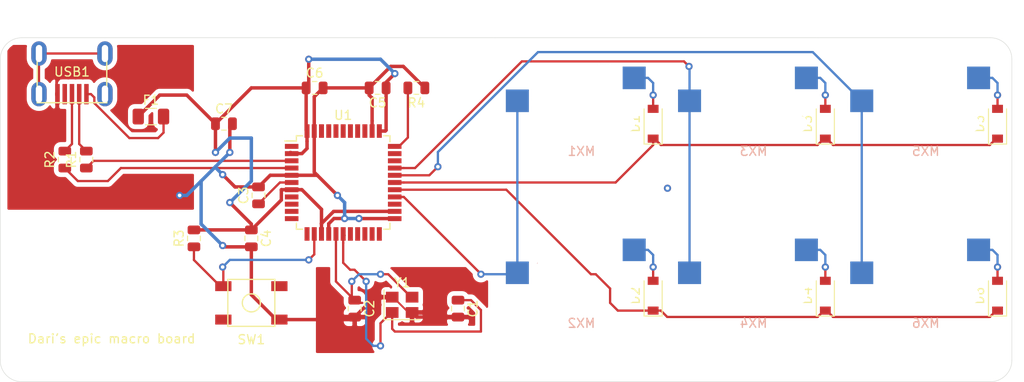
<source format=kicad_pcb>
(kicad_pcb (version 20171130) (host pcbnew "(5.1.4)-1")

  (general
    (thickness 1.6)
    (drawings 13)
    (tracks 272)
    (zones 0)
    (modules 28)
    (nets 47)
  )

  (page A4)
  (layers
    (0 F.Cu signal)
    (31 B.Cu signal)
    (32 B.Adhes user)
    (33 F.Adhes user)
    (34 B.Paste user)
    (35 F.Paste user)
    (36 B.SilkS user)
    (37 F.SilkS user)
    (38 B.Mask user)
    (39 F.Mask user)
    (40 Dwgs.User user)
    (41 Cmts.User user)
    (42 Eco1.User user)
    (43 Eco2.User user)
    (44 Edge.Cuts user)
    (45 Margin user)
    (46 B.CrtYd user)
    (47 F.CrtYd user)
    (48 B.Fab user)
    (49 F.Fab user)
  )

  (setup
    (last_trace_width 0.254)
    (trace_clearance 0.2)
    (zone_clearance 0.508)
    (zone_45_only no)
    (trace_min 0.2)
    (via_size 0.8)
    (via_drill 0.4)
    (via_min_size 0.4)
    (via_min_drill 0.3)
    (uvia_size 0.3)
    (uvia_drill 0.1)
    (uvias_allowed no)
    (uvia_min_size 0.2)
    (uvia_min_drill 0.1)
    (edge_width 0.05)
    (segment_width 0.2)
    (pcb_text_width 0.3)
    (pcb_text_size 1.5 1.5)
    (mod_edge_width 0.12)
    (mod_text_size 1 1)
    (mod_text_width 0.15)
    (pad_size 1.524 1.524)
    (pad_drill 0.762)
    (pad_to_mask_clearance 0.051)
    (solder_mask_min_width 0.25)
    (aux_axis_origin 0 0)
    (visible_elements 7FFFFFFF)
    (pcbplotparams
      (layerselection 0x010f0_ffffffff)
      (usegerberextensions true)
      (usegerberattributes false)
      (usegerberadvancedattributes false)
      (creategerberjobfile false)
      (excludeedgelayer true)
      (linewidth 0.100000)
      (plotframeref false)
      (viasonmask false)
      (mode 1)
      (useauxorigin false)
      (hpglpennumber 1)
      (hpglpenspeed 20)
      (hpglpendiameter 15.000000)
      (psnegative false)
      (psa4output false)
      (plotreference true)
      (plotvalue true)
      (plotinvisibletext false)
      (padsonsilk false)
      (subtractmaskfromsilk true)
      (outputformat 1)
      (mirror false)
      (drillshape 0)
      (scaleselection 1)
      (outputdirectory ""))
  )

  (net 0 "")
  (net 1 GND)
  (net 2 "Net-(C1-Pad1)")
  (net 3 "Net-(C2-Pad1)")
  (net 4 "Net-(C3-Pad1)")
  (net 5 +5V)
  (net 6 "Net-(D1-Pad2)")
  (net 7 ROW0)
  (net 8 "Net-(D2-Pad2)")
  (net 9 ROW1)
  (net 10 "Net-(D3-Pad2)")
  (net 11 "Net-(D4-Pad2)")
  (net 12 VCC)
  (net 13 COL0)
  (net 14 COL1)
  (net 15 D-)
  (net 16 "Net-(R1-Pad1)")
  (net 17 D+)
  (net 18 "Net-(R2-Pad1)")
  (net 19 "Net-(R3-Pad1)")
  (net 20 "Net-(R4-Pad2)")
  (net 21 "Net-(U1-Pad42)")
  (net 22 "Net-(U1-Pad41)")
  (net 23 "Net-(U1-Pad40)")
  (net 24 "Net-(U1-Pad39)")
  (net 25 "Net-(U1-Pad38)")
  (net 26 "Net-(U1-Pad37)")
  (net 27 "Net-(U1-Pad36)")
  (net 28 "Net-(U1-Pad32)")
  (net 29 "Net-(U1-Pad25)")
  (net 30 "Net-(U1-Pad22)")
  (net 31 "Net-(U1-Pad21)")
  (net 32 "Net-(U1-Pad20)")
  (net 33 "Net-(U1-Pad19)")
  (net 34 "Net-(U1-Pad18)")
  (net 35 "Net-(U1-Pad12)")
  (net 36 "Net-(U1-Pad11)")
  (net 37 "Net-(U1-Pad10)")
  (net 38 "Net-(U1-Pad9)")
  (net 39 "Net-(U1-Pad8)")
  (net 40 "Net-(U1-Pad1)")
  (net 41 "Net-(USB1-Pad6)")
  (net 42 "Net-(USB1-Pad2)")
  (net 43 "Net-(D5-Pad2)")
  (net 44 "Net-(D6-Pad2)")
  (net 45 COL3)
  (net 46 "Net-(U1-Pad31)")

  (net_class Default "This is the default net class."
    (clearance 0.2)
    (trace_width 0.254)
    (via_dia 0.8)
    (via_drill 0.4)
    (uvia_dia 0.3)
    (uvia_drill 0.1)
    (add_net COL0)
    (add_net COL1)
    (add_net COL3)
    (add_net D+)
    (add_net D-)
    (add_net "Net-(C1-Pad1)")
    (add_net "Net-(C2-Pad1)")
    (add_net "Net-(C3-Pad1)")
    (add_net "Net-(D1-Pad2)")
    (add_net "Net-(D2-Pad2)")
    (add_net "Net-(D3-Pad2)")
    (add_net "Net-(D4-Pad2)")
    (add_net "Net-(D5-Pad2)")
    (add_net "Net-(D6-Pad2)")
    (add_net "Net-(R1-Pad1)")
    (add_net "Net-(R2-Pad1)")
    (add_net "Net-(R3-Pad1)")
    (add_net "Net-(R4-Pad2)")
    (add_net "Net-(U1-Pad1)")
    (add_net "Net-(U1-Pad10)")
    (add_net "Net-(U1-Pad11)")
    (add_net "Net-(U1-Pad12)")
    (add_net "Net-(U1-Pad18)")
    (add_net "Net-(U1-Pad19)")
    (add_net "Net-(U1-Pad20)")
    (add_net "Net-(U1-Pad21)")
    (add_net "Net-(U1-Pad22)")
    (add_net "Net-(U1-Pad25)")
    (add_net "Net-(U1-Pad31)")
    (add_net "Net-(U1-Pad32)")
    (add_net "Net-(U1-Pad36)")
    (add_net "Net-(U1-Pad37)")
    (add_net "Net-(U1-Pad38)")
    (add_net "Net-(U1-Pad39)")
    (add_net "Net-(U1-Pad40)")
    (add_net "Net-(U1-Pad41)")
    (add_net "Net-(U1-Pad42)")
    (add_net "Net-(U1-Pad8)")
    (add_net "Net-(U1-Pad9)")
    (add_net "Net-(USB1-Pad2)")
    (add_net "Net-(USB1-Pad6)")
    (add_net ROW0)
    (add_net ROW1)
    (add_net VCC)
  )

  (net_class Power ""
    (clearance 0.2)
    (trace_width 0.381)
    (via_dia 0.8)
    (via_drill 0.4)
    (uvia_dia 0.3)
    (uvia_drill 0.1)
    (add_net +5V)
    (add_net GND)
  )

  (module Bases:MXOnly-1U-Hotswap (layer F.Cu) (tedit 5BFF7B40) (tstamp 5D845DE1)
    (at 164.30625 76.99375)
    (path /5D8C3EA4)
    (attr smd)
    (fp_text reference MX2 (at 0 3.048) (layer B.CrtYd)
      (effects (font (size 1 1) (thickness 0.15)) (justify mirror))
    )
    (fp_text value MX-NoLED (at 0 -7.9375) (layer Dwgs.User)
      (effects (font (size 1 1) (thickness 0.15)))
    )
    (fp_line (start 5 -7) (end 7 -7) (layer Dwgs.User) (width 0.15))
    (fp_line (start 7 -7) (end 7 -5) (layer Dwgs.User) (width 0.15))
    (fp_line (start 5 7) (end 7 7) (layer Dwgs.User) (width 0.15))
    (fp_line (start 7 7) (end 7 5) (layer Dwgs.User) (width 0.15))
    (fp_line (start -7 5) (end -7 7) (layer Dwgs.User) (width 0.15))
    (fp_line (start -7 7) (end -5 7) (layer Dwgs.User) (width 0.15))
    (fp_line (start -5 -7) (end -7 -7) (layer Dwgs.User) (width 0.15))
    (fp_line (start -7 -7) (end -7 -5) (layer Dwgs.User) (width 0.15))
    (fp_line (start -9.525 -9.525) (end 9.525 -9.525) (layer Dwgs.User) (width 0.15))
    (fp_line (start 9.525 -9.525) (end 9.525 9.525) (layer Dwgs.User) (width 0.15))
    (fp_line (start 9.525 9.525) (end -9.525 9.525) (layer Dwgs.User) (width 0.15))
    (fp_line (start -9.525 9.525) (end -9.525 -9.525) (layer Dwgs.User) (width 0.15))
    (fp_text user %R (at 0 3.048) (layer B.SilkS)
      (effects (font (size 1 1) (thickness 0.15)) (justify mirror))
    )
    (fp_circle (center 2.54 -5.08) (end 2.54 -6.604) (layer B.CrtYd) (width 0.15))
    (fp_circle (center -3.81 -2.54) (end -3.81 -4.064) (layer B.CrtYd) (width 0.15))
    (fp_line (start 4.572 -6.35) (end 7.112 -6.35) (layer B.CrtYd) (width 0.15))
    (fp_line (start 7.112 -6.35) (end 7.112 -3.81) (layer B.CrtYd) (width 0.15))
    (fp_line (start 7.112 -3.81) (end 4.572 -3.81) (layer B.CrtYd) (width 0.15))
    (fp_line (start 4.572 -3.81) (end 4.572 -6.35) (layer B.CrtYd) (width 0.15))
    (fp_line (start -5.842 -3.81) (end -8.382 -3.81) (layer B.CrtYd) (width 0.15))
    (fp_line (start -8.382 -3.81) (end -8.382 -1.27) (layer B.CrtYd) (width 0.15))
    (fp_line (start -8.382 -1.27) (end -5.842 -1.27) (layer B.CrtYd) (width 0.15))
    (fp_line (start -5.842 -1.27) (end -5.842 -3.81) (layer B.CrtYd) (width 0.15))
    (pad "" np_thru_hole circle (at 2.54 -5.08) (size 3 3) (drill 3) (layers *.Cu *.Mask))
    (pad "" np_thru_hole circle (at 0 0) (size 3.9878 3.9878) (drill 3.9878) (layers *.Cu *.Mask))
    (pad "" np_thru_hole circle (at -3.81 -2.54) (size 3 3) (drill 3) (layers *.Cu *.Mask))
    (pad "" np_thru_hole circle (at -5.08 0 48.0996) (size 1.75 1.75) (drill 1.75) (layers *.Cu *.Mask))
    (pad "" np_thru_hole circle (at 5.08 0 48.0996) (size 1.75 1.75) (drill 1.75) (layers *.Cu *.Mask))
    (pad 1 smd rect (at -7.085 -2.54) (size 2.55 2.5) (layers B.Cu B.Paste B.Mask)
      (net 13 COL0))
    (pad 2 smd rect (at 5.842 -5.08) (size 2.55 2.5) (layers B.Cu B.Paste B.Mask)
      (net 8 "Net-(D2-Pad2)"))
  )

  (module Bases:MXOnly-1U-Hotswap (layer F.Cu) (tedit 5BFF7B40) (tstamp 5D848F4D)
    (at 164.30625 57.94375)
    (path /5D8C173F)
    (attr smd)
    (fp_text reference MX1 (at 0 3.048) (layer B.CrtYd)
      (effects (font (size 1 1) (thickness 0.15)) (justify mirror))
    )
    (fp_text value MX-NoLED (at 0 -7.9375) (layer Dwgs.User)
      (effects (font (size 1 1) (thickness 0.15)))
    )
    (fp_line (start 5 -7) (end 7 -7) (layer Dwgs.User) (width 0.15))
    (fp_line (start 7 -7) (end 7 -5) (layer Dwgs.User) (width 0.15))
    (fp_line (start 5 7) (end 7 7) (layer Dwgs.User) (width 0.15))
    (fp_line (start 7 7) (end 7 5) (layer Dwgs.User) (width 0.15))
    (fp_line (start -7 5) (end -7 7) (layer Dwgs.User) (width 0.15))
    (fp_line (start -7 7) (end -5 7) (layer Dwgs.User) (width 0.15))
    (fp_line (start -5 -7) (end -7 -7) (layer Dwgs.User) (width 0.15))
    (fp_line (start -7 -7) (end -7 -5) (layer Dwgs.User) (width 0.15))
    (fp_line (start -9.525 -9.525) (end 9.525 -9.525) (layer Dwgs.User) (width 0.15))
    (fp_line (start 9.525 -9.525) (end 9.525 9.525) (layer Dwgs.User) (width 0.15))
    (fp_line (start 9.525 9.525) (end -9.525 9.525) (layer Dwgs.User) (width 0.15))
    (fp_line (start -9.525 9.525) (end -9.525 -9.525) (layer Dwgs.User) (width 0.15))
    (fp_text user %R (at 0 3.048) (layer B.SilkS)
      (effects (font (size 1 1) (thickness 0.15)) (justify mirror))
    )
    (fp_circle (center 2.54 -5.08) (end 2.54 -6.604) (layer B.CrtYd) (width 0.15))
    (fp_circle (center -3.81 -2.54) (end -3.81 -4.064) (layer B.CrtYd) (width 0.15))
    (fp_line (start 4.572 -6.35) (end 7.112 -6.35) (layer B.CrtYd) (width 0.15))
    (fp_line (start 7.112 -6.35) (end 7.112 -3.81) (layer B.CrtYd) (width 0.15))
    (fp_line (start 7.112 -3.81) (end 4.572 -3.81) (layer B.CrtYd) (width 0.15))
    (fp_line (start 4.572 -3.81) (end 4.572 -6.35) (layer B.CrtYd) (width 0.15))
    (fp_line (start -5.842 -3.81) (end -8.382 -3.81) (layer B.CrtYd) (width 0.15))
    (fp_line (start -8.382 -3.81) (end -8.382 -1.27) (layer B.CrtYd) (width 0.15))
    (fp_line (start -8.382 -1.27) (end -5.842 -1.27) (layer B.CrtYd) (width 0.15))
    (fp_line (start -5.842 -1.27) (end -5.842 -3.81) (layer B.CrtYd) (width 0.15))
    (pad "" np_thru_hole circle (at 2.54 -5.08) (size 3 3) (drill 3) (layers *.Cu *.Mask))
    (pad "" np_thru_hole circle (at 0 0) (size 3.9878 3.9878) (drill 3.9878) (layers *.Cu *.Mask))
    (pad "" np_thru_hole circle (at -3.81 -2.54) (size 3 3) (drill 3) (layers *.Cu *.Mask))
    (pad "" np_thru_hole circle (at -5.08 0 48.0996) (size 1.75 1.75) (drill 1.75) (layers *.Cu *.Mask))
    (pad "" np_thru_hole circle (at 5.08 0 48.0996) (size 1.75 1.75) (drill 1.75) (layers *.Cu *.Mask))
    (pad 1 smd rect (at -7.085 -2.54) (size 2.55 2.5) (layers B.Cu B.Paste B.Mask)
      (net 13 COL0))
    (pad 2 smd rect (at 5.842 -5.08) (size 2.55 2.5) (layers B.Cu B.Paste B.Mask)
      (net 6 "Net-(D1-Pad2)"))
  )

  (module Package_QFP:TQFP-44_10x10mm_P0.8mm (layer F.Cu) (tedit 5A02F146) (tstamp 5D8D61B3)
    (at 137.95375 64.4525)
    (descr "44-Lead Plastic Thin Quad Flatpack (PT) - 10x10x1.0 mm Body [TQFP] (see Microchip Packaging Specification 00000049BS.pdf)")
    (tags "QFP 0.8")
    (path /5D83F9FB)
    (attr smd)
    (fp_text reference U1 (at 0 -7.45) (layer F.SilkS)
      (effects (font (size 1 1) (thickness 0.15)))
    )
    (fp_text value ATmega32U4-AU (at 0 7.45) (layer F.Fab)
      (effects (font (size 1 1) (thickness 0.15)))
    )
    (fp_line (start -5.175 -4.6) (end -6.45 -4.6) (layer F.SilkS) (width 0.15))
    (fp_line (start 5.175 -5.175) (end 4.5 -5.175) (layer F.SilkS) (width 0.15))
    (fp_line (start 5.175 5.175) (end 4.5 5.175) (layer F.SilkS) (width 0.15))
    (fp_line (start -5.175 5.175) (end -4.5 5.175) (layer F.SilkS) (width 0.15))
    (fp_line (start -5.175 -5.175) (end -4.5 -5.175) (layer F.SilkS) (width 0.15))
    (fp_line (start -5.175 5.175) (end -5.175 4.5) (layer F.SilkS) (width 0.15))
    (fp_line (start 5.175 5.175) (end 5.175 4.5) (layer F.SilkS) (width 0.15))
    (fp_line (start 5.175 -5.175) (end 5.175 -4.5) (layer F.SilkS) (width 0.15))
    (fp_line (start -5.175 -5.175) (end -5.175 -4.6) (layer F.SilkS) (width 0.15))
    (fp_line (start -6.7 6.7) (end 6.7 6.7) (layer F.CrtYd) (width 0.05))
    (fp_line (start -6.7 -6.7) (end 6.7 -6.7) (layer F.CrtYd) (width 0.05))
    (fp_line (start 6.7 -6.7) (end 6.7 6.7) (layer F.CrtYd) (width 0.05))
    (fp_line (start -6.7 -6.7) (end -6.7 6.7) (layer F.CrtYd) (width 0.05))
    (fp_line (start -5 -4) (end -4 -5) (layer F.Fab) (width 0.15))
    (fp_line (start -5 5) (end -5 -4) (layer F.Fab) (width 0.15))
    (fp_line (start 5 5) (end -5 5) (layer F.Fab) (width 0.15))
    (fp_line (start 5 -5) (end 5 5) (layer F.Fab) (width 0.15))
    (fp_line (start -4 -5) (end 5 -5) (layer F.Fab) (width 0.15))
    (fp_text user %R (at 0 0) (layer F.Fab)
      (effects (font (size 1 1) (thickness 0.15)))
    )
    (pad 44 smd rect (at -4 -5.7 90) (size 1.5 0.55) (layers F.Cu F.Paste F.Mask)
      (net 5 +5V))
    (pad 43 smd rect (at -3.2 -5.7 90) (size 1.5 0.55) (layers F.Cu F.Paste F.Mask)
      (net 1 GND))
    (pad 42 smd rect (at -2.4 -5.7 90) (size 1.5 0.55) (layers F.Cu F.Paste F.Mask)
      (net 21 "Net-(U1-Pad42)"))
    (pad 41 smd rect (at -1.6 -5.7 90) (size 1.5 0.55) (layers F.Cu F.Paste F.Mask)
      (net 22 "Net-(U1-Pad41)"))
    (pad 40 smd rect (at -0.8 -5.7 90) (size 1.5 0.55) (layers F.Cu F.Paste F.Mask)
      (net 23 "Net-(U1-Pad40)"))
    (pad 39 smd rect (at 0 -5.7 90) (size 1.5 0.55) (layers F.Cu F.Paste F.Mask)
      (net 24 "Net-(U1-Pad39)"))
    (pad 38 smd rect (at 0.8 -5.7 90) (size 1.5 0.55) (layers F.Cu F.Paste F.Mask)
      (net 25 "Net-(U1-Pad38)"))
    (pad 37 smd rect (at 1.6 -5.7 90) (size 1.5 0.55) (layers F.Cu F.Paste F.Mask)
      (net 26 "Net-(U1-Pad37)"))
    (pad 36 smd rect (at 2.4 -5.7 90) (size 1.5 0.55) (layers F.Cu F.Paste F.Mask)
      (net 27 "Net-(U1-Pad36)"))
    (pad 35 smd rect (at 3.2 -5.7 90) (size 1.5 0.55) (layers F.Cu F.Paste F.Mask)
      (net 1 GND))
    (pad 34 smd rect (at 4 -5.7 90) (size 1.5 0.55) (layers F.Cu F.Paste F.Mask)
      (net 5 +5V))
    (pad 33 smd rect (at 5.7 -4) (size 1.5 0.55) (layers F.Cu F.Paste F.Mask)
      (net 20 "Net-(R4-Pad2)"))
    (pad 32 smd rect (at 5.7 -3.2) (size 1.5 0.55) (layers F.Cu F.Paste F.Mask)
      (net 28 "Net-(U1-Pad32)"))
    (pad 31 smd rect (at 5.7 -2.4) (size 1.5 0.55) (layers F.Cu F.Paste F.Mask)
      (net 46 "Net-(U1-Pad31)"))
    (pad 30 smd rect (at 5.7 -1.6) (size 1.5 0.55) (layers F.Cu F.Paste F.Mask)
      (net 14 COL1))
    (pad 29 smd rect (at 5.7 -0.8) (size 1.5 0.55) (layers F.Cu F.Paste F.Mask)
      (net 45 COL3))
    (pad 28 smd rect (at 5.7 0) (size 1.5 0.55) (layers F.Cu F.Paste F.Mask)
      (net 7 ROW0))
    (pad 27 smd rect (at 5.7 0.8) (size 1.5 0.55) (layers F.Cu F.Paste F.Mask)
      (net 9 ROW1))
    (pad 26 smd rect (at 5.7 1.6) (size 1.5 0.55) (layers F.Cu F.Paste F.Mask)
      (net 13 COL0))
    (pad 25 smd rect (at 5.7 2.4) (size 1.5 0.55) (layers F.Cu F.Paste F.Mask)
      (net 29 "Net-(U1-Pad25)"))
    (pad 24 smd rect (at 5.7 3.2) (size 1.5 0.55) (layers F.Cu F.Paste F.Mask)
      (net 5 +5V))
    (pad 23 smd rect (at 5.7 4) (size 1.5 0.55) (layers F.Cu F.Paste F.Mask)
      (net 1 GND))
    (pad 22 smd rect (at 4 5.7 90) (size 1.5 0.55) (layers F.Cu F.Paste F.Mask)
      (net 30 "Net-(U1-Pad22)"))
    (pad 21 smd rect (at 3.2 5.7 90) (size 1.5 0.55) (layers F.Cu F.Paste F.Mask)
      (net 31 "Net-(U1-Pad21)"))
    (pad 20 smd rect (at 2.4 5.7 90) (size 1.5 0.55) (layers F.Cu F.Paste F.Mask)
      (net 32 "Net-(U1-Pad20)"))
    (pad 19 smd rect (at 1.6 5.7 90) (size 1.5 0.55) (layers F.Cu F.Paste F.Mask)
      (net 33 "Net-(U1-Pad19)"))
    (pad 18 smd rect (at 0.8 5.7 90) (size 1.5 0.55) (layers F.Cu F.Paste F.Mask)
      (net 34 "Net-(U1-Pad18)"))
    (pad 17 smd rect (at 0 5.7 90) (size 1.5 0.55) (layers F.Cu F.Paste F.Mask)
      (net 2 "Net-(C1-Pad1)"))
    (pad 16 smd rect (at -0.8 5.7 90) (size 1.5 0.55) (layers F.Cu F.Paste F.Mask)
      (net 3 "Net-(C2-Pad1)"))
    (pad 15 smd rect (at -1.6 5.7 90) (size 1.5 0.55) (layers F.Cu F.Paste F.Mask)
      (net 1 GND))
    (pad 14 smd rect (at -2.4 5.7 90) (size 1.5 0.55) (layers F.Cu F.Paste F.Mask)
      (net 5 +5V))
    (pad 13 smd rect (at -3.2 5.7 90) (size 1.5 0.55) (layers F.Cu F.Paste F.Mask)
      (net 19 "Net-(R3-Pad1)"))
    (pad 12 smd rect (at -4 5.7 90) (size 1.5 0.55) (layers F.Cu F.Paste F.Mask)
      (net 35 "Net-(U1-Pad12)"))
    (pad 11 smd rect (at -5.7 4) (size 1.5 0.55) (layers F.Cu F.Paste F.Mask)
      (net 36 "Net-(U1-Pad11)"))
    (pad 10 smd rect (at -5.7 3.2) (size 1.5 0.55) (layers F.Cu F.Paste F.Mask)
      (net 37 "Net-(U1-Pad10)"))
    (pad 9 smd rect (at -5.7 2.4) (size 1.5 0.55) (layers F.Cu F.Paste F.Mask)
      (net 38 "Net-(U1-Pad9)"))
    (pad 8 smd rect (at -5.7 1.6) (size 1.5 0.55) (layers F.Cu F.Paste F.Mask)
      (net 39 "Net-(U1-Pad8)"))
    (pad 7 smd rect (at -5.7 0.8) (size 1.5 0.55) (layers F.Cu F.Paste F.Mask)
      (net 5 +5V))
    (pad 6 smd rect (at -5.7 0) (size 1.5 0.55) (layers F.Cu F.Paste F.Mask)
      (net 4 "Net-(C3-Pad1)"))
    (pad 5 smd rect (at -5.7 -0.8) (size 1.5 0.55) (layers F.Cu F.Paste F.Mask)
      (net 1 GND))
    (pad 4 smd rect (at -5.7 -1.6) (size 1.5 0.55) (layers F.Cu F.Paste F.Mask)
      (net 18 "Net-(R2-Pad1)"))
    (pad 3 smd rect (at -5.7 -2.4) (size 1.5 0.55) (layers F.Cu F.Paste F.Mask)
      (net 16 "Net-(R1-Pad1)"))
    (pad 2 smd rect (at -5.7 -3.2) (size 1.5 0.55) (layers F.Cu F.Paste F.Mask)
      (net 5 +5V))
    (pad 1 smd rect (at -5.7 -4) (size 1.5 0.55) (layers F.Cu F.Paste F.Mask)
      (net 40 "Net-(U1-Pad1)"))
    (model ${KISYS3DMOD}/Package_QFP.3dshapes/TQFP-44_10x10mm_P0.8mm.wrl
      (at (xyz 0 0 0))
      (scale (xyz 1 1 1))
      (rotate (xyz 0 0 0))
    )
  )

  (module Bases:MXOnly-1U-Hotswap (layer F.Cu) (tedit 5BFF7B40) (tstamp 5D87BEF5)
    (at 202.40625 76.99375)
    (path /5D8F7B6E)
    (attr smd)
    (fp_text reference MX6 (at 0 3.048) (layer B.CrtYd)
      (effects (font (size 1 1) (thickness 0.15)) (justify mirror))
    )
    (fp_text value MX-NoLED (at 0 -7.9375) (layer Dwgs.User)
      (effects (font (size 1 1) (thickness 0.15)))
    )
    (fp_line (start 5 -7) (end 7 -7) (layer Dwgs.User) (width 0.15))
    (fp_line (start 7 -7) (end 7 -5) (layer Dwgs.User) (width 0.15))
    (fp_line (start 5 7) (end 7 7) (layer Dwgs.User) (width 0.15))
    (fp_line (start 7 7) (end 7 5) (layer Dwgs.User) (width 0.15))
    (fp_line (start -7 5) (end -7 7) (layer Dwgs.User) (width 0.15))
    (fp_line (start -7 7) (end -5 7) (layer Dwgs.User) (width 0.15))
    (fp_line (start -5 -7) (end -7 -7) (layer Dwgs.User) (width 0.15))
    (fp_line (start -7 -7) (end -7 -5) (layer Dwgs.User) (width 0.15))
    (fp_line (start -9.525 -9.525) (end 9.525 -9.525) (layer Dwgs.User) (width 0.15))
    (fp_line (start 9.525 -9.525) (end 9.525 9.525) (layer Dwgs.User) (width 0.15))
    (fp_line (start 9.525 9.525) (end -9.525 9.525) (layer Dwgs.User) (width 0.15))
    (fp_line (start -9.525 9.525) (end -9.525 -9.525) (layer Dwgs.User) (width 0.15))
    (fp_text user %R (at 0 3.048) (layer B.SilkS)
      (effects (font (size 1 1) (thickness 0.15)) (justify mirror))
    )
    (fp_circle (center 2.54 -5.08) (end 2.54 -6.604) (layer B.CrtYd) (width 0.15))
    (fp_circle (center -3.81 -2.54) (end -3.81 -4.064) (layer B.CrtYd) (width 0.15))
    (fp_line (start 4.572 -6.35) (end 7.112 -6.35) (layer B.CrtYd) (width 0.15))
    (fp_line (start 7.112 -6.35) (end 7.112 -3.81) (layer B.CrtYd) (width 0.15))
    (fp_line (start 7.112 -3.81) (end 4.572 -3.81) (layer B.CrtYd) (width 0.15))
    (fp_line (start 4.572 -3.81) (end 4.572 -6.35) (layer B.CrtYd) (width 0.15))
    (fp_line (start -5.842 -3.81) (end -8.382 -3.81) (layer B.CrtYd) (width 0.15))
    (fp_line (start -8.382 -3.81) (end -8.382 -1.27) (layer B.CrtYd) (width 0.15))
    (fp_line (start -8.382 -1.27) (end -5.842 -1.27) (layer B.CrtYd) (width 0.15))
    (fp_line (start -5.842 -1.27) (end -5.842 -3.81) (layer B.CrtYd) (width 0.15))
    (pad "" np_thru_hole circle (at 2.54 -5.08) (size 3 3) (drill 3) (layers *.Cu *.Mask))
    (pad "" np_thru_hole circle (at 0 0) (size 3.9878 3.9878) (drill 3.9878) (layers *.Cu *.Mask))
    (pad "" np_thru_hole circle (at -3.81 -2.54) (size 3 3) (drill 3) (layers *.Cu *.Mask))
    (pad "" np_thru_hole circle (at -5.08 0 48.0996) (size 1.75 1.75) (drill 1.75) (layers *.Cu *.Mask))
    (pad "" np_thru_hole circle (at 5.08 0 48.0996) (size 1.75 1.75) (drill 1.75) (layers *.Cu *.Mask))
    (pad 1 smd rect (at -7.085 -2.54) (size 2.55 2.5) (layers B.Cu B.Paste B.Mask)
      (net 45 COL3))
    (pad 2 smd rect (at 5.842 -5.08) (size 2.55 2.5) (layers B.Cu B.Paste B.Mask)
      (net 44 "Net-(D6-Pad2)"))
  )

  (module Bases:MXOnly-1U-Hotswap (layer F.Cu) (tedit 5BFF7B40) (tstamp 5D87BED3)
    (at 202.40625 57.94375)
    (path /5D8F66DA)
    (attr smd)
    (fp_text reference MX5 (at 0 3.048) (layer B.CrtYd)
      (effects (font (size 1 1) (thickness 0.15)) (justify mirror))
    )
    (fp_text value MX-NoLED (at 0 -7.9375) (layer Dwgs.User)
      (effects (font (size 1 1) (thickness 0.15)))
    )
    (fp_line (start 5 -7) (end 7 -7) (layer Dwgs.User) (width 0.15))
    (fp_line (start 7 -7) (end 7 -5) (layer Dwgs.User) (width 0.15))
    (fp_line (start 5 7) (end 7 7) (layer Dwgs.User) (width 0.15))
    (fp_line (start 7 7) (end 7 5) (layer Dwgs.User) (width 0.15))
    (fp_line (start -7 5) (end -7 7) (layer Dwgs.User) (width 0.15))
    (fp_line (start -7 7) (end -5 7) (layer Dwgs.User) (width 0.15))
    (fp_line (start -5 -7) (end -7 -7) (layer Dwgs.User) (width 0.15))
    (fp_line (start -7 -7) (end -7 -5) (layer Dwgs.User) (width 0.15))
    (fp_line (start -9.525 -9.525) (end 9.525 -9.525) (layer Dwgs.User) (width 0.15))
    (fp_line (start 9.525 -9.525) (end 9.525 9.525) (layer Dwgs.User) (width 0.15))
    (fp_line (start 9.525 9.525) (end -9.525 9.525) (layer Dwgs.User) (width 0.15))
    (fp_line (start -9.525 9.525) (end -9.525 -9.525) (layer Dwgs.User) (width 0.15))
    (fp_text user %R (at 0 3.048) (layer B.SilkS)
      (effects (font (size 1 1) (thickness 0.15)) (justify mirror))
    )
    (fp_circle (center 2.54 -5.08) (end 2.54 -6.604) (layer B.CrtYd) (width 0.15))
    (fp_circle (center -3.81 -2.54) (end -3.81 -4.064) (layer B.CrtYd) (width 0.15))
    (fp_line (start 4.572 -6.35) (end 7.112 -6.35) (layer B.CrtYd) (width 0.15))
    (fp_line (start 7.112 -6.35) (end 7.112 -3.81) (layer B.CrtYd) (width 0.15))
    (fp_line (start 7.112 -3.81) (end 4.572 -3.81) (layer B.CrtYd) (width 0.15))
    (fp_line (start 4.572 -3.81) (end 4.572 -6.35) (layer B.CrtYd) (width 0.15))
    (fp_line (start -5.842 -3.81) (end -8.382 -3.81) (layer B.CrtYd) (width 0.15))
    (fp_line (start -8.382 -3.81) (end -8.382 -1.27) (layer B.CrtYd) (width 0.15))
    (fp_line (start -8.382 -1.27) (end -5.842 -1.27) (layer B.CrtYd) (width 0.15))
    (fp_line (start -5.842 -1.27) (end -5.842 -3.81) (layer B.CrtYd) (width 0.15))
    (pad "" np_thru_hole circle (at 2.54 -5.08) (size 3 3) (drill 3) (layers *.Cu *.Mask))
    (pad "" np_thru_hole circle (at 0 0) (size 3.9878 3.9878) (drill 3.9878) (layers *.Cu *.Mask))
    (pad "" np_thru_hole circle (at -3.81 -2.54) (size 3 3) (drill 3) (layers *.Cu *.Mask))
    (pad "" np_thru_hole circle (at -5.08 0 48.0996) (size 1.75 1.75) (drill 1.75) (layers *.Cu *.Mask))
    (pad "" np_thru_hole circle (at 5.08 0 48.0996) (size 1.75 1.75) (drill 1.75) (layers *.Cu *.Mask))
    (pad 1 smd rect (at -7.085 -2.54) (size 2.55 2.5) (layers B.Cu B.Paste B.Mask)
      (net 45 COL3))
    (pad 2 smd rect (at 5.842 -5.08) (size 2.55 2.5) (layers B.Cu B.Paste B.Mask)
      (net 43 "Net-(D5-Pad2)"))
  )

  (module Bases:MXOnly-1U-Hotswap (layer F.Cu) (tedit 5BFF7B40) (tstamp 5D846337)
    (at 183.35625 76.99375)
    (path /5D8C37C8)
    (attr smd)
    (fp_text reference MX4 (at 0 3.048) (layer B.CrtYd)
      (effects (font (size 1 1) (thickness 0.15)) (justify mirror))
    )
    (fp_text value MX-NoLED (at 0 -7.9375) (layer Dwgs.User)
      (effects (font (size 1 1) (thickness 0.15)))
    )
    (fp_line (start 5 -7) (end 7 -7) (layer Dwgs.User) (width 0.15))
    (fp_line (start 7 -7) (end 7 -5) (layer Dwgs.User) (width 0.15))
    (fp_line (start 5 7) (end 7 7) (layer Dwgs.User) (width 0.15))
    (fp_line (start 7 7) (end 7 5) (layer Dwgs.User) (width 0.15))
    (fp_line (start -7 5) (end -7 7) (layer Dwgs.User) (width 0.15))
    (fp_line (start -7 7) (end -5 7) (layer Dwgs.User) (width 0.15))
    (fp_line (start -5 -7) (end -7 -7) (layer Dwgs.User) (width 0.15))
    (fp_line (start -7 -7) (end -7 -5) (layer Dwgs.User) (width 0.15))
    (fp_line (start -9.525 -9.525) (end 9.525 -9.525) (layer Dwgs.User) (width 0.15))
    (fp_line (start 9.525 -9.525) (end 9.525 9.525) (layer Dwgs.User) (width 0.15))
    (fp_line (start 9.525 9.525) (end -9.525 9.525) (layer Dwgs.User) (width 0.15))
    (fp_line (start -9.525 9.525) (end -9.525 -9.525) (layer Dwgs.User) (width 0.15))
    (fp_text user %R (at 0 3.048) (layer B.SilkS)
      (effects (font (size 1 1) (thickness 0.15)) (justify mirror))
    )
    (fp_circle (center 2.54 -5.08) (end 2.54 -6.604) (layer B.CrtYd) (width 0.15))
    (fp_circle (center -3.81 -2.54) (end -3.81 -4.064) (layer B.CrtYd) (width 0.15))
    (fp_line (start 4.572 -6.35) (end 7.112 -6.35) (layer B.CrtYd) (width 0.15))
    (fp_line (start 7.112 -6.35) (end 7.112 -3.81) (layer B.CrtYd) (width 0.15))
    (fp_line (start 7.112 -3.81) (end 4.572 -3.81) (layer B.CrtYd) (width 0.15))
    (fp_line (start 4.572 -3.81) (end 4.572 -6.35) (layer B.CrtYd) (width 0.15))
    (fp_line (start -5.842 -3.81) (end -8.382 -3.81) (layer B.CrtYd) (width 0.15))
    (fp_line (start -8.382 -3.81) (end -8.382 -1.27) (layer B.CrtYd) (width 0.15))
    (fp_line (start -8.382 -1.27) (end -5.842 -1.27) (layer B.CrtYd) (width 0.15))
    (fp_line (start -5.842 -1.27) (end -5.842 -3.81) (layer B.CrtYd) (width 0.15))
    (pad "" np_thru_hole circle (at 2.54 -5.08) (size 3 3) (drill 3) (layers *.Cu *.Mask))
    (pad "" np_thru_hole circle (at 0 0) (size 3.9878 3.9878) (drill 3.9878) (layers *.Cu *.Mask))
    (pad "" np_thru_hole circle (at -3.81 -2.54) (size 3 3) (drill 3) (layers *.Cu *.Mask))
    (pad "" np_thru_hole circle (at -5.08 0 48.0996) (size 1.75 1.75) (drill 1.75) (layers *.Cu *.Mask))
    (pad "" np_thru_hole circle (at 5.08 0 48.0996) (size 1.75 1.75) (drill 1.75) (layers *.Cu *.Mask))
    (pad 1 smd rect (at -7.085 -2.54) (size 2.55 2.5) (layers B.Cu B.Paste B.Mask)
      (net 14 COL1))
    (pad 2 smd rect (at 5.842 -5.08) (size 2.55 2.5) (layers B.Cu B.Paste B.Mask)
      (net 11 "Net-(D4-Pad2)"))
  )

  (module Bases:MXOnly-1U-Hotswap (layer F.Cu) (tedit 5BFF7B40) (tstamp 5D845DF8)
    (at 183.35625 57.94375)
    (path /5D8C2BAB)
    (attr smd)
    (fp_text reference MX3 (at 0 3.048) (layer B.CrtYd)
      (effects (font (size 1 1) (thickness 0.15)) (justify mirror))
    )
    (fp_text value MX-NoLED (at 0 -7.9375) (layer Dwgs.User)
      (effects (font (size 1 1) (thickness 0.15)))
    )
    (fp_line (start 5 -7) (end 7 -7) (layer Dwgs.User) (width 0.15))
    (fp_line (start 7 -7) (end 7 -5) (layer Dwgs.User) (width 0.15))
    (fp_line (start 5 7) (end 7 7) (layer Dwgs.User) (width 0.15))
    (fp_line (start 7 7) (end 7 5) (layer Dwgs.User) (width 0.15))
    (fp_line (start -7 5) (end -7 7) (layer Dwgs.User) (width 0.15))
    (fp_line (start -7 7) (end -5 7) (layer Dwgs.User) (width 0.15))
    (fp_line (start -5 -7) (end -7 -7) (layer Dwgs.User) (width 0.15))
    (fp_line (start -7 -7) (end -7 -5) (layer Dwgs.User) (width 0.15))
    (fp_line (start -9.525 -9.525) (end 9.525 -9.525) (layer Dwgs.User) (width 0.15))
    (fp_line (start 9.525 -9.525) (end 9.525 9.525) (layer Dwgs.User) (width 0.15))
    (fp_line (start 9.525 9.525) (end -9.525 9.525) (layer Dwgs.User) (width 0.15))
    (fp_line (start -9.525 9.525) (end -9.525 -9.525) (layer Dwgs.User) (width 0.15))
    (fp_text user %R (at 0 3.048) (layer B.SilkS)
      (effects (font (size 1 1) (thickness 0.15)) (justify mirror))
    )
    (fp_circle (center 2.54 -5.08) (end 2.54 -6.604) (layer B.CrtYd) (width 0.15))
    (fp_circle (center -3.81 -2.54) (end -3.81 -4.064) (layer B.CrtYd) (width 0.15))
    (fp_line (start 4.572 -6.35) (end 7.112 -6.35) (layer B.CrtYd) (width 0.15))
    (fp_line (start 7.112 -6.35) (end 7.112 -3.81) (layer B.CrtYd) (width 0.15))
    (fp_line (start 7.112 -3.81) (end 4.572 -3.81) (layer B.CrtYd) (width 0.15))
    (fp_line (start 4.572 -3.81) (end 4.572 -6.35) (layer B.CrtYd) (width 0.15))
    (fp_line (start -5.842 -3.81) (end -8.382 -3.81) (layer B.CrtYd) (width 0.15))
    (fp_line (start -8.382 -3.81) (end -8.382 -1.27) (layer B.CrtYd) (width 0.15))
    (fp_line (start -8.382 -1.27) (end -5.842 -1.27) (layer B.CrtYd) (width 0.15))
    (fp_line (start -5.842 -1.27) (end -5.842 -3.81) (layer B.CrtYd) (width 0.15))
    (pad "" np_thru_hole circle (at 2.54 -5.08) (size 3 3) (drill 3) (layers *.Cu *.Mask))
    (pad "" np_thru_hole circle (at 0 0) (size 3.9878 3.9878) (drill 3.9878) (layers *.Cu *.Mask))
    (pad "" np_thru_hole circle (at -3.81 -2.54) (size 3 3) (drill 3) (layers *.Cu *.Mask))
    (pad "" np_thru_hole circle (at -5.08 0 48.0996) (size 1.75 1.75) (drill 1.75) (layers *.Cu *.Mask))
    (pad "" np_thru_hole circle (at 5.08 0 48.0996) (size 1.75 1.75) (drill 1.75) (layers *.Cu *.Mask))
    (pad 1 smd rect (at -7.085 -2.54) (size 2.55 2.5) (layers B.Cu B.Paste B.Mask)
      (net 14 COL1))
    (pad 2 smd rect (at 5.842 -5.08) (size 2.55 2.5) (layers B.Cu B.Paste B.Mask)
      (net 10 "Net-(D3-Pad2)"))
  )

  (module Diode_SMD:D_SOD-123 (layer F.Cu) (tedit 58645DC7) (tstamp 5D87BE0D)
    (at 210.34375 76.99375 90)
    (descr SOD-123)
    (tags SOD-123)
    (path /5D8FC613)
    (attr smd)
    (fp_text reference D6 (at 0 -2 90) (layer F.SilkS)
      (effects (font (size 1 1) (thickness 0.15)))
    )
    (fp_text value D_Small (at 0 2.1 90) (layer F.Fab)
      (effects (font (size 1 1) (thickness 0.15)))
    )
    (fp_line (start -2.25 -1) (end 1.65 -1) (layer F.SilkS) (width 0.12))
    (fp_line (start -2.25 1) (end 1.65 1) (layer F.SilkS) (width 0.12))
    (fp_line (start -2.35 -1.15) (end -2.35 1.15) (layer F.CrtYd) (width 0.05))
    (fp_line (start 2.35 1.15) (end -2.35 1.15) (layer F.CrtYd) (width 0.05))
    (fp_line (start 2.35 -1.15) (end 2.35 1.15) (layer F.CrtYd) (width 0.05))
    (fp_line (start -2.35 -1.15) (end 2.35 -1.15) (layer F.CrtYd) (width 0.05))
    (fp_line (start -1.4 -0.9) (end 1.4 -0.9) (layer F.Fab) (width 0.1))
    (fp_line (start 1.4 -0.9) (end 1.4 0.9) (layer F.Fab) (width 0.1))
    (fp_line (start 1.4 0.9) (end -1.4 0.9) (layer F.Fab) (width 0.1))
    (fp_line (start -1.4 0.9) (end -1.4 -0.9) (layer F.Fab) (width 0.1))
    (fp_line (start -0.75 0) (end -0.35 0) (layer F.Fab) (width 0.1))
    (fp_line (start -0.35 0) (end -0.35 -0.55) (layer F.Fab) (width 0.1))
    (fp_line (start -0.35 0) (end -0.35 0.55) (layer F.Fab) (width 0.1))
    (fp_line (start -0.35 0) (end 0.25 -0.4) (layer F.Fab) (width 0.1))
    (fp_line (start 0.25 -0.4) (end 0.25 0.4) (layer F.Fab) (width 0.1))
    (fp_line (start 0.25 0.4) (end -0.35 0) (layer F.Fab) (width 0.1))
    (fp_line (start 0.25 0) (end 0.75 0) (layer F.Fab) (width 0.1))
    (fp_line (start -2.25 -1) (end -2.25 1) (layer F.SilkS) (width 0.12))
    (fp_text user %R (at 0 -2 90) (layer F.Fab)
      (effects (font (size 1 1) (thickness 0.15)))
    )
    (pad 2 smd rect (at 1.65 0 90) (size 0.9 1.2) (layers F.Cu F.Paste F.Mask)
      (net 44 "Net-(D6-Pad2)"))
    (pad 1 smd rect (at -1.65 0 90) (size 0.9 1.2) (layers F.Cu F.Paste F.Mask)
      (net 9 ROW1))
    (model ${KISYS3DMOD}/Diode_SMD.3dshapes/D_SOD-123.wrl
      (at (xyz 0 0 0))
      (scale (xyz 1 1 1))
      (rotate (xyz 0 0 0))
    )
  )

  (module Diode_SMD:D_SOD-123 (layer F.Cu) (tedit 58645DC7) (tstamp 5D87BDF4)
    (at 210.34375 57.94375 90)
    (descr SOD-123)
    (tags SOD-123)
    (path /5D8FB75E)
    (attr smd)
    (fp_text reference D5 (at 0 -2 90) (layer F.SilkS)
      (effects (font (size 1 1) (thickness 0.15)))
    )
    (fp_text value D_Small (at 0 2.1 90) (layer F.Fab)
      (effects (font (size 1 1) (thickness 0.15)))
    )
    (fp_line (start -2.25 -1) (end 1.65 -1) (layer F.SilkS) (width 0.12))
    (fp_line (start -2.25 1) (end 1.65 1) (layer F.SilkS) (width 0.12))
    (fp_line (start -2.35 -1.15) (end -2.35 1.15) (layer F.CrtYd) (width 0.05))
    (fp_line (start 2.35 1.15) (end -2.35 1.15) (layer F.CrtYd) (width 0.05))
    (fp_line (start 2.35 -1.15) (end 2.35 1.15) (layer F.CrtYd) (width 0.05))
    (fp_line (start -2.35 -1.15) (end 2.35 -1.15) (layer F.CrtYd) (width 0.05))
    (fp_line (start -1.4 -0.9) (end 1.4 -0.9) (layer F.Fab) (width 0.1))
    (fp_line (start 1.4 -0.9) (end 1.4 0.9) (layer F.Fab) (width 0.1))
    (fp_line (start 1.4 0.9) (end -1.4 0.9) (layer F.Fab) (width 0.1))
    (fp_line (start -1.4 0.9) (end -1.4 -0.9) (layer F.Fab) (width 0.1))
    (fp_line (start -0.75 0) (end -0.35 0) (layer F.Fab) (width 0.1))
    (fp_line (start -0.35 0) (end -0.35 -0.55) (layer F.Fab) (width 0.1))
    (fp_line (start -0.35 0) (end -0.35 0.55) (layer F.Fab) (width 0.1))
    (fp_line (start -0.35 0) (end 0.25 -0.4) (layer F.Fab) (width 0.1))
    (fp_line (start 0.25 -0.4) (end 0.25 0.4) (layer F.Fab) (width 0.1))
    (fp_line (start 0.25 0.4) (end -0.35 0) (layer F.Fab) (width 0.1))
    (fp_line (start 0.25 0) (end 0.75 0) (layer F.Fab) (width 0.1))
    (fp_line (start -2.25 -1) (end -2.25 1) (layer F.SilkS) (width 0.12))
    (fp_text user %R (at 0 -2 90) (layer F.Fab)
      (effects (font (size 1 1) (thickness 0.15)))
    )
    (pad 2 smd rect (at 1.65 0 90) (size 0.9 1.2) (layers F.Cu F.Paste F.Mask)
      (net 43 "Net-(D5-Pad2)"))
    (pad 1 smd rect (at -1.65 0 90) (size 0.9 1.2) (layers F.Cu F.Paste F.Mask)
      (net 7 ROW0))
    (model ${KISYS3DMOD}/Diode_SMD.3dshapes/D_SOD-123.wrl
      (at (xyz 0 0 0))
      (scale (xyz 1 1 1))
      (rotate (xyz 0 0 0))
    )
  )

  (module Crystal:Crystal_SMD_3225-4Pin_3.2x2.5mm (layer F.Cu) (tedit 5A0FD1B2) (tstamp 5D845EE8)
    (at 144.47375 78.0025)
    (descr "SMD Crystal SERIES SMD3225/4 http://www.txccrystal.com/images/pdf/7m-accuracy.pdf, 3.2x2.5mm^2 package")
    (tags "SMD SMT crystal")
    (path /5D892E19)
    (attr smd)
    (fp_text reference Y1 (at 0 -2.45) (layer F.SilkS)
      (effects (font (size 1 1) (thickness 0.15)))
    )
    (fp_text value 16MHz (at 0 2.45) (layer F.Fab)
      (effects (font (size 1 1) (thickness 0.15)))
    )
    (fp_text user %R (at 0 0) (layer F.Fab)
      (effects (font (size 0.7 0.7) (thickness 0.105)))
    )
    (fp_line (start -1.6 -1.25) (end -1.6 1.25) (layer F.Fab) (width 0.1))
    (fp_line (start -1.6 1.25) (end 1.6 1.25) (layer F.Fab) (width 0.1))
    (fp_line (start 1.6 1.25) (end 1.6 -1.25) (layer F.Fab) (width 0.1))
    (fp_line (start 1.6 -1.25) (end -1.6 -1.25) (layer F.Fab) (width 0.1))
    (fp_line (start -1.6 0.25) (end -0.6 1.25) (layer F.Fab) (width 0.1))
    (fp_line (start -2 -1.65) (end -2 1.65) (layer F.SilkS) (width 0.12))
    (fp_line (start -2 1.65) (end 2 1.65) (layer F.SilkS) (width 0.12))
    (fp_line (start -2.1 -1.7) (end -2.1 1.7) (layer F.CrtYd) (width 0.05))
    (fp_line (start -2.1 1.7) (end 2.1 1.7) (layer F.CrtYd) (width 0.05))
    (fp_line (start 2.1 1.7) (end 2.1 -1.7) (layer F.CrtYd) (width 0.05))
    (fp_line (start 2.1 -1.7) (end -2.1 -1.7) (layer F.CrtYd) (width 0.05))
    (pad 1 smd rect (at -1.1 0.85) (size 1.4 1.2) (layers F.Cu F.Paste F.Mask)
      (net 2 "Net-(C1-Pad1)"))
    (pad 2 smd rect (at 1.1 0.85) (size 1.4 1.2) (layers F.Cu F.Paste F.Mask)
      (net 1 GND))
    (pad 3 smd rect (at 1.1 -0.85) (size 1.4 1.2) (layers F.Cu F.Paste F.Mask)
      (net 3 "Net-(C2-Pad1)"))
    (pad 4 smd rect (at -1.1 -0.85) (size 1.4 1.2) (layers F.Cu F.Paste F.Mask)
      (net 1 GND))
    (model ${KISYS3DMOD}/Crystal.3dshapes/Crystal_SMD_3225-4Pin_3.2x2.5mm.wrl
      (at (xyz 0 0 0))
      (scale (xyz 1 1 1))
      (rotate (xyz 0 0 0))
    )
  )

  (module random-keyboard-parts:Molex-0548190589 (layer F.Cu) (tedit 5C494815) (tstamp 5D8471B9)
    (at 107.95 50.165 270)
    (path /5D8AF8C0)
    (attr smd)
    (fp_text reference USB1 (at 2.032 0) (layer F.SilkS)
      (effects (font (size 1 1) (thickness 0.15)))
    )
    (fp_text value Molex-0548190589 (at -5.08 0) (layer Dwgs.User)
      (effects (font (size 1 1) (thickness 0.15)))
    )
    (fp_text user %R (at 2 0) (layer F.CrtYd)
      (effects (font (size 1 1) (thickness 0.15)))
    )
    (fp_line (start 3.25 -1.25) (end 5.5 -1.25) (layer F.CrtYd) (width 0.15))
    (fp_line (start 5.5 -0.5) (end 3.25 -0.5) (layer F.CrtYd) (width 0.15))
    (fp_line (start 3.25 0.5) (end 5.5 0.5) (layer F.CrtYd) (width 0.15))
    (fp_line (start 5.5 1.25) (end 3.25 1.25) (layer F.CrtYd) (width 0.15))
    (fp_line (start 3.25 2) (end 5.5 2) (layer F.CrtYd) (width 0.15))
    (fp_line (start 3.25 -2) (end 3.25 2) (layer F.CrtYd) (width 0.15))
    (fp_line (start 5.5 -2) (end 3.25 -2) (layer F.CrtYd) (width 0.15))
    (fp_line (start -3.75 3.75) (end -3.75 -3.75) (layer F.CrtYd) (width 0.15))
    (fp_line (start 5.5 3.75) (end -3.75 3.75) (layer F.CrtYd) (width 0.15))
    (fp_line (start 5.5 -3.75) (end 5.5 3.75) (layer F.CrtYd) (width 0.15))
    (fp_line (start -3.75 -3.75) (end 5.5 -3.75) (layer F.CrtYd) (width 0.15))
    (fp_line (start 0 -3.85) (end 5.45 -3.85) (layer F.SilkS) (width 0.15))
    (fp_line (start 0 3.85) (end 5.45 3.85) (layer F.SilkS) (width 0.15))
    (fp_line (start 5.45 -3.85) (end 5.45 3.85) (layer F.SilkS) (width 0.15))
    (fp_line (start -3.75 -3.85) (end 0 -3.85) (layer Dwgs.User) (width 0.15))
    (fp_line (start -3.75 3.85) (end 0 3.85) (layer Dwgs.User) (width 0.15))
    (fp_line (start -1.75 -4.572) (end -1.75 4.572) (layer Dwgs.User) (width 0.15))
    (fp_line (start -3.75 -3.85) (end -3.75 3.85) (layer Dwgs.User) (width 0.15))
    (pad 6 thru_hole oval (at 0 -3.65 270) (size 2.7 1.7) (drill oval 1.9 0.7) (layers *.Cu *.Mask)
      (net 41 "Net-(USB1-Pad6)"))
    (pad 6 thru_hole oval (at 0 3.65 270) (size 2.7 1.7) (drill oval 1.9 0.7) (layers *.Cu *.Mask)
      (net 41 "Net-(USB1-Pad6)"))
    (pad 6 thru_hole oval (at 4.5 3.65 270) (size 2.7 1.7) (drill oval 1.9 0.7) (layers *.Cu *.Mask)
      (net 41 "Net-(USB1-Pad6)"))
    (pad 6 thru_hole oval (at 4.5 -3.65 270) (size 2.7 1.7) (drill oval 1.9 0.7) (layers *.Cu *.Mask)
      (net 41 "Net-(USB1-Pad6)"))
    (pad 5 smd rect (at 4.5 -1.6 270) (size 2.25 0.5) (layers F.Cu F.Paste F.Mask)
      (net 12 VCC))
    (pad 4 smd rect (at 4.5 -0.8 270) (size 2.25 0.5) (layers F.Cu F.Paste F.Mask)
      (net 15 D-))
    (pad 3 smd rect (at 4.5 0 270) (size 2.25 0.5) (layers F.Cu F.Paste F.Mask)
      (net 17 D+))
    (pad 2 smd rect (at 4.5 0.8 270) (size 2.25 0.5) (layers F.Cu F.Paste F.Mask)
      (net 42 "Net-(USB1-Pad2)"))
    (pad 1 smd rect (at 4.5 1.6 270) (size 2.25 0.5) (layers F.Cu F.Paste F.Mask)
      (net 1 GND))
  )

  (module random-keyboard-parts:SKQG-1155865 (layer F.Cu) (tedit 5C42C5DE) (tstamp 5D845E71)
    (at 127.79375 77.7875)
    (path /5D8A39F9)
    (attr smd)
    (fp_text reference SW1 (at 0 4.064) (layer F.SilkS)
      (effects (font (size 1 1) (thickness 0.15)))
    )
    (fp_text value SW_Push (at 0 -4.064) (layer F.Fab)
      (effects (font (size 1 1) (thickness 0.15)))
    )
    (fp_line (start -2.6 -2.6) (end 2.6 -2.6) (layer F.SilkS) (width 0.15))
    (fp_line (start 2.6 -2.6) (end 2.6 2.6) (layer F.SilkS) (width 0.15))
    (fp_line (start 2.6 2.6) (end -2.6 2.6) (layer F.SilkS) (width 0.15))
    (fp_line (start -2.6 2.6) (end -2.6 -2.6) (layer F.SilkS) (width 0.15))
    (fp_circle (center 0 0) (end 1 0) (layer F.SilkS) (width 0.15))
    (fp_line (start -4.2 -2.6) (end 4.2 -2.6) (layer F.Fab) (width 0.15))
    (fp_line (start 4.2 -2.6) (end 4.2 -1.2) (layer F.Fab) (width 0.15))
    (fp_line (start 4.2 -1.1) (end 2.6 -1.1) (layer F.Fab) (width 0.15))
    (fp_line (start 2.6 -1.1) (end 2.6 1.1) (layer F.Fab) (width 0.15))
    (fp_line (start 2.6 1.1) (end 4.2 1.1) (layer F.Fab) (width 0.15))
    (fp_line (start 4.2 1.1) (end 4.2 2.6) (layer F.Fab) (width 0.15))
    (fp_line (start 4.2 2.6) (end -4.2 2.6) (layer F.Fab) (width 0.15))
    (fp_line (start -4.2 2.6) (end -4.2 1.1) (layer F.Fab) (width 0.15))
    (fp_line (start -4.2 1.1) (end -2.6 1.1) (layer F.Fab) (width 0.15))
    (fp_line (start -2.6 1.1) (end -2.6 -1.1) (layer F.Fab) (width 0.15))
    (fp_line (start -2.6 -1.1) (end -4.2 -1.1) (layer F.Fab) (width 0.15))
    (fp_line (start -4.2 -1.1) (end -4.2 -2.6) (layer F.Fab) (width 0.15))
    (fp_circle (center 0 0) (end 1 0) (layer F.Fab) (width 0.15))
    (fp_line (start -2.6 -1.1) (end -1.1 -2.6) (layer F.Fab) (width 0.15))
    (fp_line (start 2.6 -1.1) (end 1.1 -2.6) (layer F.Fab) (width 0.15))
    (fp_line (start 2.6 1.1) (end 1.1 2.6) (layer F.Fab) (width 0.15))
    (fp_line (start -2.6 1.1) (end -1.1 2.6) (layer F.Fab) (width 0.15))
    (pad 4 smd rect (at -3.1 1.85) (size 1.8 1.1) (layers F.Cu F.Paste F.Mask))
    (pad 3 smd rect (at 3.1 -1.85) (size 1.8 1.1) (layers F.Cu F.Paste F.Mask))
    (pad 2 smd rect (at -3.1 -1.85) (size 1.8 1.1) (layers F.Cu F.Paste F.Mask)
      (net 19 "Net-(R3-Pad1)"))
    (pad 1 smd rect (at 3.1 1.85) (size 1.8 1.1) (layers F.Cu F.Paste F.Mask)
      (net 1 GND))
  )

  (module Resistor_SMD:R_0805_2012Metric (layer F.Cu) (tedit 5B36C52B) (tstamp 5D845E53)
    (at 146.05 53.975 180)
    (descr "Resistor SMD 0805 (2012 Metric), square (rectangular) end terminal, IPC_7351 nominal, (Body size source: https://docs.google.com/spreadsheets/d/1BsfQQcO9C6DZCsRaXUlFlo91Tg2WpOkGARC1WS5S8t0/edit?usp=sharing), generated with kicad-footprint-generator")
    (tags resistor)
    (path /5D848B0A)
    (attr smd)
    (fp_text reference R4 (at 0 -1.65) (layer F.SilkS)
      (effects (font (size 1 1) (thickness 0.15)))
    )
    (fp_text value 10k (at 0 1.65) (layer F.Fab)
      (effects (font (size 1 1) (thickness 0.15)))
    )
    (fp_text user %R (at 0 0) (layer F.Fab)
      (effects (font (size 0.5 0.5) (thickness 0.08)))
    )
    (fp_line (start 1.68 0.95) (end -1.68 0.95) (layer F.CrtYd) (width 0.05))
    (fp_line (start 1.68 -0.95) (end 1.68 0.95) (layer F.CrtYd) (width 0.05))
    (fp_line (start -1.68 -0.95) (end 1.68 -0.95) (layer F.CrtYd) (width 0.05))
    (fp_line (start -1.68 0.95) (end -1.68 -0.95) (layer F.CrtYd) (width 0.05))
    (fp_line (start -0.258578 0.71) (end 0.258578 0.71) (layer F.SilkS) (width 0.12))
    (fp_line (start -0.258578 -0.71) (end 0.258578 -0.71) (layer F.SilkS) (width 0.12))
    (fp_line (start 1 0.6) (end -1 0.6) (layer F.Fab) (width 0.1))
    (fp_line (start 1 -0.6) (end 1 0.6) (layer F.Fab) (width 0.1))
    (fp_line (start -1 -0.6) (end 1 -0.6) (layer F.Fab) (width 0.1))
    (fp_line (start -1 0.6) (end -1 -0.6) (layer F.Fab) (width 0.1))
    (pad 2 smd roundrect (at 0.9375 0 180) (size 0.975 1.4) (layers F.Cu F.Paste F.Mask) (roundrect_rratio 0.25)
      (net 20 "Net-(R4-Pad2)"))
    (pad 1 smd roundrect (at -0.9375 0 180) (size 0.975 1.4) (layers F.Cu F.Paste F.Mask) (roundrect_rratio 0.25)
      (net 1 GND))
    (model ${KISYS3DMOD}/Resistor_SMD.3dshapes/R_0805_2012Metric.wrl
      (at (xyz 0 0 0))
      (scale (xyz 1 1 1))
      (rotate (xyz 0 0 0))
    )
  )

  (module Resistor_SMD:R_0805_2012Metric (layer F.Cu) (tedit 5B36C52B) (tstamp 5D845E42)
    (at 121.44375 70.64375 90)
    (descr "Resistor SMD 0805 (2012 Metric), square (rectangular) end terminal, IPC_7351 nominal, (Body size source: https://docs.google.com/spreadsheets/d/1BsfQQcO9C6DZCsRaXUlFlo91Tg2WpOkGARC1WS5S8t0/edit?usp=sharing), generated with kicad-footprint-generator")
    (tags resistor)
    (path /5D8A981D)
    (attr smd)
    (fp_text reference R3 (at 0 -1.65 90) (layer F.SilkS)
      (effects (font (size 1 1) (thickness 0.15)))
    )
    (fp_text value 10k (at 0 1.65 90) (layer F.Fab)
      (effects (font (size 1 1) (thickness 0.15)))
    )
    (fp_text user %R (at 0 0 90) (layer F.Fab)
      (effects (font (size 0.5 0.5) (thickness 0.08)))
    )
    (fp_line (start 1.68 0.95) (end -1.68 0.95) (layer F.CrtYd) (width 0.05))
    (fp_line (start 1.68 -0.95) (end 1.68 0.95) (layer F.CrtYd) (width 0.05))
    (fp_line (start -1.68 -0.95) (end 1.68 -0.95) (layer F.CrtYd) (width 0.05))
    (fp_line (start -1.68 0.95) (end -1.68 -0.95) (layer F.CrtYd) (width 0.05))
    (fp_line (start -0.258578 0.71) (end 0.258578 0.71) (layer F.SilkS) (width 0.12))
    (fp_line (start -0.258578 -0.71) (end 0.258578 -0.71) (layer F.SilkS) (width 0.12))
    (fp_line (start 1 0.6) (end -1 0.6) (layer F.Fab) (width 0.1))
    (fp_line (start 1 -0.6) (end 1 0.6) (layer F.Fab) (width 0.1))
    (fp_line (start -1 -0.6) (end 1 -0.6) (layer F.Fab) (width 0.1))
    (fp_line (start -1 0.6) (end -1 -0.6) (layer F.Fab) (width 0.1))
    (pad 2 smd roundrect (at 0.9375 0 90) (size 0.975 1.4) (layers F.Cu F.Paste F.Mask) (roundrect_rratio 0.25)
      (net 5 +5V))
    (pad 1 smd roundrect (at -0.9375 0 90) (size 0.975 1.4) (layers F.Cu F.Paste F.Mask) (roundrect_rratio 0.25)
      (net 19 "Net-(R3-Pad1)"))
    (model ${KISYS3DMOD}/Resistor_SMD.3dshapes/R_0805_2012Metric.wrl
      (at (xyz 0 0 0))
      (scale (xyz 1 1 1))
      (rotate (xyz 0 0 0))
    )
  )

  (module Resistor_SMD:R_0805_2012Metric (layer F.Cu) (tedit 5B36C52B) (tstamp 5D845E31)
    (at 107.15625 61.9125 90)
    (descr "Resistor SMD 0805 (2012 Metric), square (rectangular) end terminal, IPC_7351 nominal, (Body size source: https://docs.google.com/spreadsheets/d/1BsfQQcO9C6DZCsRaXUlFlo91Tg2WpOkGARC1WS5S8t0/edit?usp=sharing), generated with kicad-footprint-generator")
    (tags resistor)
    (path /5D8554F6)
    (attr smd)
    (fp_text reference R2 (at 0 -1.65 90) (layer F.SilkS)
      (effects (font (size 1 1) (thickness 0.15)))
    )
    (fp_text value 22 (at 0 1.65 90) (layer F.Fab)
      (effects (font (size 1 1) (thickness 0.15)))
    )
    (fp_text user %R (at 0 0 90) (layer F.Fab)
      (effects (font (size 0.5 0.5) (thickness 0.08)))
    )
    (fp_line (start 1.68 0.95) (end -1.68 0.95) (layer F.CrtYd) (width 0.05))
    (fp_line (start 1.68 -0.95) (end 1.68 0.95) (layer F.CrtYd) (width 0.05))
    (fp_line (start -1.68 -0.95) (end 1.68 -0.95) (layer F.CrtYd) (width 0.05))
    (fp_line (start -1.68 0.95) (end -1.68 -0.95) (layer F.CrtYd) (width 0.05))
    (fp_line (start -0.258578 0.71) (end 0.258578 0.71) (layer F.SilkS) (width 0.12))
    (fp_line (start -0.258578 -0.71) (end 0.258578 -0.71) (layer F.SilkS) (width 0.12))
    (fp_line (start 1 0.6) (end -1 0.6) (layer F.Fab) (width 0.1))
    (fp_line (start 1 -0.6) (end 1 0.6) (layer F.Fab) (width 0.1))
    (fp_line (start -1 -0.6) (end 1 -0.6) (layer F.Fab) (width 0.1))
    (fp_line (start -1 0.6) (end -1 -0.6) (layer F.Fab) (width 0.1))
    (pad 2 smd roundrect (at 0.9375 0 90) (size 0.975 1.4) (layers F.Cu F.Paste F.Mask) (roundrect_rratio 0.25)
      (net 17 D+))
    (pad 1 smd roundrect (at -0.9375 0 90) (size 0.975 1.4) (layers F.Cu F.Paste F.Mask) (roundrect_rratio 0.25)
      (net 18 "Net-(R2-Pad1)"))
    (model ${KISYS3DMOD}/Resistor_SMD.3dshapes/R_0805_2012Metric.wrl
      (at (xyz 0 0 0))
      (scale (xyz 1 1 1))
      (rotate (xyz 0 0 0))
    )
  )

  (module Resistor_SMD:R_0805_2012Metric (layer F.Cu) (tedit 5B36C52B) (tstamp 5D845E20)
    (at 109.5375 61.9125 90)
    (descr "Resistor SMD 0805 (2012 Metric), square (rectangular) end terminal, IPC_7351 nominal, (Body size source: https://docs.google.com/spreadsheets/d/1BsfQQcO9C6DZCsRaXUlFlo91Tg2WpOkGARC1WS5S8t0/edit?usp=sharing), generated with kicad-footprint-generator")
    (tags resistor)
    (path /5D85639A)
    (attr smd)
    (fp_text reference R1 (at 0 -1.65 90) (layer F.SilkS)
      (effects (font (size 1 1) (thickness 0.15)))
    )
    (fp_text value 22 (at 0 1.65 90) (layer F.Fab)
      (effects (font (size 1 1) (thickness 0.15)))
    )
    (fp_line (start -1 0.6) (end -1 -0.6) (layer F.Fab) (width 0.1))
    (fp_line (start -1 -0.6) (end 1 -0.6) (layer F.Fab) (width 0.1))
    (fp_line (start 1 -0.6) (end 1 0.6) (layer F.Fab) (width 0.1))
    (fp_line (start 1 0.6) (end -1 0.6) (layer F.Fab) (width 0.1))
    (fp_line (start -0.258578 -0.71) (end 0.258578 -0.71) (layer F.SilkS) (width 0.12))
    (fp_line (start -0.258578 0.71) (end 0.258578 0.71) (layer F.SilkS) (width 0.12))
    (fp_line (start -1.68 0.95) (end -1.68 -0.95) (layer F.CrtYd) (width 0.05))
    (fp_line (start -1.68 -0.95) (end 1.68 -0.95) (layer F.CrtYd) (width 0.05))
    (fp_line (start 1.68 -0.95) (end 1.68 0.95) (layer F.CrtYd) (width 0.05))
    (fp_line (start 1.68 0.95) (end -1.68 0.95) (layer F.CrtYd) (width 0.05))
    (fp_text user %R (at 0 0 90) (layer F.Fab)
      (effects (font (size 0.5 0.5) (thickness 0.08)))
    )
    (pad 1 smd roundrect (at -0.9375 0 90) (size 0.975 1.4) (layers F.Cu F.Paste F.Mask) (roundrect_rratio 0.25)
      (net 16 "Net-(R1-Pad1)"))
    (pad 2 smd roundrect (at 0.9375 0 90) (size 0.975 1.4) (layers F.Cu F.Paste F.Mask) (roundrect_rratio 0.25)
      (net 15 D-))
    (model ${KISYS3DMOD}/Resistor_SMD.3dshapes/R_0805_2012Metric.wrl
      (at (xyz 0 0 0))
      (scale (xyz 1 1 1))
      (rotate (xyz 0 0 0))
    )
  )

  (module Fuse:Fuse_1206_3216Metric (layer F.Cu) (tedit 5B301BBE) (tstamp 5D845DB3)
    (at 116.68125 57.15)
    (descr "Fuse SMD 1206 (3216 Metric), square (rectangular) end terminal, IPC_7351 nominal, (Body size source: http://www.tortai-tech.com/upload/download/2011102023233369053.pdf), generated with kicad-footprint-generator")
    (tags resistor)
    (path /5D8B1A34)
    (attr smd)
    (fp_text reference F1 (at 0 -1.82) (layer F.SilkS)
      (effects (font (size 1 1) (thickness 0.15)))
    )
    (fp_text value 500mA (at 0 1.82) (layer F.Fab)
      (effects (font (size 1 1) (thickness 0.15)))
    )
    (fp_text user %R (at 0 0) (layer F.Fab)
      (effects (font (size 0.8 0.8) (thickness 0.12)))
    )
    (fp_line (start 2.28 1.12) (end -2.28 1.12) (layer F.CrtYd) (width 0.05))
    (fp_line (start 2.28 -1.12) (end 2.28 1.12) (layer F.CrtYd) (width 0.05))
    (fp_line (start -2.28 -1.12) (end 2.28 -1.12) (layer F.CrtYd) (width 0.05))
    (fp_line (start -2.28 1.12) (end -2.28 -1.12) (layer F.CrtYd) (width 0.05))
    (fp_line (start -0.602064 0.91) (end 0.602064 0.91) (layer F.SilkS) (width 0.12))
    (fp_line (start -0.602064 -0.91) (end 0.602064 -0.91) (layer F.SilkS) (width 0.12))
    (fp_line (start 1.6 0.8) (end -1.6 0.8) (layer F.Fab) (width 0.1))
    (fp_line (start 1.6 -0.8) (end 1.6 0.8) (layer F.Fab) (width 0.1))
    (fp_line (start -1.6 -0.8) (end 1.6 -0.8) (layer F.Fab) (width 0.1))
    (fp_line (start -1.6 0.8) (end -1.6 -0.8) (layer F.Fab) (width 0.1))
    (pad 2 smd roundrect (at 1.4 0) (size 1.25 1.75) (layers F.Cu F.Paste F.Mask) (roundrect_rratio 0.2)
      (net 12 VCC))
    (pad 1 smd roundrect (at -1.4 0) (size 1.25 1.75) (layers F.Cu F.Paste F.Mask) (roundrect_rratio 0.2)
      (net 5 +5V))
    (model ${KISYS3DMOD}/Fuse.3dshapes/Fuse_1206_3216Metric.wrl
      (at (xyz 0 0 0))
      (scale (xyz 1 1 1))
      (rotate (xyz 0 0 0))
    )
  )

  (module Diode_SMD:D_SOD-123 (layer F.Cu) (tedit 58645DC7) (tstamp 5D846434)
    (at 191.29375 76.99375 90)
    (descr SOD-123)
    (tags SOD-123)
    (path /5D8C9642)
    (attr smd)
    (fp_text reference D4 (at 0 -2 90) (layer F.SilkS)
      (effects (font (size 1 1) (thickness 0.15)))
    )
    (fp_text value D_Small (at 0 2.1 90) (layer F.Fab)
      (effects (font (size 1 1) (thickness 0.15)))
    )
    (fp_line (start -2.25 -1) (end 1.65 -1) (layer F.SilkS) (width 0.12))
    (fp_line (start -2.25 1) (end 1.65 1) (layer F.SilkS) (width 0.12))
    (fp_line (start -2.35 -1.15) (end -2.35 1.15) (layer F.CrtYd) (width 0.05))
    (fp_line (start 2.35 1.15) (end -2.35 1.15) (layer F.CrtYd) (width 0.05))
    (fp_line (start 2.35 -1.15) (end 2.35 1.15) (layer F.CrtYd) (width 0.05))
    (fp_line (start -2.35 -1.15) (end 2.35 -1.15) (layer F.CrtYd) (width 0.05))
    (fp_line (start -1.4 -0.9) (end 1.4 -0.9) (layer F.Fab) (width 0.1))
    (fp_line (start 1.4 -0.9) (end 1.4 0.9) (layer F.Fab) (width 0.1))
    (fp_line (start 1.4 0.9) (end -1.4 0.9) (layer F.Fab) (width 0.1))
    (fp_line (start -1.4 0.9) (end -1.4 -0.9) (layer F.Fab) (width 0.1))
    (fp_line (start -0.75 0) (end -0.35 0) (layer F.Fab) (width 0.1))
    (fp_line (start -0.35 0) (end -0.35 -0.55) (layer F.Fab) (width 0.1))
    (fp_line (start -0.35 0) (end -0.35 0.55) (layer F.Fab) (width 0.1))
    (fp_line (start -0.35 0) (end 0.25 -0.4) (layer F.Fab) (width 0.1))
    (fp_line (start 0.25 -0.4) (end 0.25 0.4) (layer F.Fab) (width 0.1))
    (fp_line (start 0.25 0.4) (end -0.35 0) (layer F.Fab) (width 0.1))
    (fp_line (start 0.25 0) (end 0.75 0) (layer F.Fab) (width 0.1))
    (fp_line (start -2.25 -1) (end -2.25 1) (layer F.SilkS) (width 0.12))
    (fp_text user %R (at 0 -2 90) (layer F.Fab)
      (effects (font (size 1 1) (thickness 0.15)))
    )
    (pad 2 smd rect (at 1.65 0 90) (size 0.9 1.2) (layers F.Cu F.Paste F.Mask)
      (net 11 "Net-(D4-Pad2)"))
    (pad 1 smd rect (at -1.65 0 90) (size 0.9 1.2) (layers F.Cu F.Paste F.Mask)
      (net 9 ROW1))
    (model ${KISYS3DMOD}/Diode_SMD.3dshapes/D_SOD-123.wrl
      (at (xyz 0 0 0))
      (scale (xyz 1 1 1))
      (rotate (xyz 0 0 0))
    )
  )

  (module Diode_SMD:D_SOD-123 (layer F.Cu) (tedit 58645DC7) (tstamp 5D845D89)
    (at 191.29375 57.94375 90)
    (descr SOD-123)
    (tags SOD-123)
    (path /5D8C8802)
    (attr smd)
    (fp_text reference D3 (at 0 -2 90) (layer F.SilkS)
      (effects (font (size 1 1) (thickness 0.15)))
    )
    (fp_text value D_Small (at 0 2.1 90) (layer F.Fab)
      (effects (font (size 1 1) (thickness 0.15)))
    )
    (fp_line (start -2.25 -1) (end 1.65 -1) (layer F.SilkS) (width 0.12))
    (fp_line (start -2.25 1) (end 1.65 1) (layer F.SilkS) (width 0.12))
    (fp_line (start -2.35 -1.15) (end -2.35 1.15) (layer F.CrtYd) (width 0.05))
    (fp_line (start 2.35 1.15) (end -2.35 1.15) (layer F.CrtYd) (width 0.05))
    (fp_line (start 2.35 -1.15) (end 2.35 1.15) (layer F.CrtYd) (width 0.05))
    (fp_line (start -2.35 -1.15) (end 2.35 -1.15) (layer F.CrtYd) (width 0.05))
    (fp_line (start -1.4 -0.9) (end 1.4 -0.9) (layer F.Fab) (width 0.1))
    (fp_line (start 1.4 -0.9) (end 1.4 0.9) (layer F.Fab) (width 0.1))
    (fp_line (start 1.4 0.9) (end -1.4 0.9) (layer F.Fab) (width 0.1))
    (fp_line (start -1.4 0.9) (end -1.4 -0.9) (layer F.Fab) (width 0.1))
    (fp_line (start -0.75 0) (end -0.35 0) (layer F.Fab) (width 0.1))
    (fp_line (start -0.35 0) (end -0.35 -0.55) (layer F.Fab) (width 0.1))
    (fp_line (start -0.35 0) (end -0.35 0.55) (layer F.Fab) (width 0.1))
    (fp_line (start -0.35 0) (end 0.25 -0.4) (layer F.Fab) (width 0.1))
    (fp_line (start 0.25 -0.4) (end 0.25 0.4) (layer F.Fab) (width 0.1))
    (fp_line (start 0.25 0.4) (end -0.35 0) (layer F.Fab) (width 0.1))
    (fp_line (start 0.25 0) (end 0.75 0) (layer F.Fab) (width 0.1))
    (fp_line (start -2.25 -1) (end -2.25 1) (layer F.SilkS) (width 0.12))
    (fp_text user %R (at 0 -2 90) (layer F.Fab)
      (effects (font (size 1 1) (thickness 0.15)))
    )
    (pad 2 smd rect (at 1.65 0 90) (size 0.9 1.2) (layers F.Cu F.Paste F.Mask)
      (net 10 "Net-(D3-Pad2)"))
    (pad 1 smd rect (at -1.65 0 90) (size 0.9 1.2) (layers F.Cu F.Paste F.Mask)
      (net 7 ROW0))
    (model ${KISYS3DMOD}/Diode_SMD.3dshapes/D_SOD-123.wrl
      (at (xyz 0 0 0))
      (scale (xyz 1 1 1))
      (rotate (xyz 0 0 0))
    )
  )

  (module Diode_SMD:D_SOD-123 (layer F.Cu) (tedit 58645DC7) (tstamp 5D845D70)
    (at 172.24375 76.99375 90)
    (descr SOD-123)
    (tags SOD-123)
    (path /5D8C9FA3)
    (attr smd)
    (fp_text reference D2 (at 0 -2 90) (layer F.SilkS)
      (effects (font (size 1 1) (thickness 0.15)))
    )
    (fp_text value D_Small (at 0 2.1 90) (layer F.Fab)
      (effects (font (size 1 1) (thickness 0.15)))
    )
    (fp_line (start -2.25 -1) (end 1.65 -1) (layer F.SilkS) (width 0.12))
    (fp_line (start -2.25 1) (end 1.65 1) (layer F.SilkS) (width 0.12))
    (fp_line (start -2.35 -1.15) (end -2.35 1.15) (layer F.CrtYd) (width 0.05))
    (fp_line (start 2.35 1.15) (end -2.35 1.15) (layer F.CrtYd) (width 0.05))
    (fp_line (start 2.35 -1.15) (end 2.35 1.15) (layer F.CrtYd) (width 0.05))
    (fp_line (start -2.35 -1.15) (end 2.35 -1.15) (layer F.CrtYd) (width 0.05))
    (fp_line (start -1.4 -0.9) (end 1.4 -0.9) (layer F.Fab) (width 0.1))
    (fp_line (start 1.4 -0.9) (end 1.4 0.9) (layer F.Fab) (width 0.1))
    (fp_line (start 1.4 0.9) (end -1.4 0.9) (layer F.Fab) (width 0.1))
    (fp_line (start -1.4 0.9) (end -1.4 -0.9) (layer F.Fab) (width 0.1))
    (fp_line (start -0.75 0) (end -0.35 0) (layer F.Fab) (width 0.1))
    (fp_line (start -0.35 0) (end -0.35 -0.55) (layer F.Fab) (width 0.1))
    (fp_line (start -0.35 0) (end -0.35 0.55) (layer F.Fab) (width 0.1))
    (fp_line (start -0.35 0) (end 0.25 -0.4) (layer F.Fab) (width 0.1))
    (fp_line (start 0.25 -0.4) (end 0.25 0.4) (layer F.Fab) (width 0.1))
    (fp_line (start 0.25 0.4) (end -0.35 0) (layer F.Fab) (width 0.1))
    (fp_line (start 0.25 0) (end 0.75 0) (layer F.Fab) (width 0.1))
    (fp_line (start -2.25 -1) (end -2.25 1) (layer F.SilkS) (width 0.12))
    (fp_text user %R (at 0 -2 90) (layer F.Fab)
      (effects (font (size 1 1) (thickness 0.15)))
    )
    (pad 2 smd rect (at 1.65 0 90) (size 0.9 1.2) (layers F.Cu F.Paste F.Mask)
      (net 8 "Net-(D2-Pad2)"))
    (pad 1 smd rect (at -1.65 0 90) (size 0.9 1.2) (layers F.Cu F.Paste F.Mask)
      (net 9 ROW1))
    (model ${KISYS3DMOD}/Diode_SMD.3dshapes/D_SOD-123.wrl
      (at (xyz 0 0 0))
      (scale (xyz 1 1 1))
      (rotate (xyz 0 0 0))
    )
  )

  (module Diode_SMD:D_SOD-123 (layer F.Cu) (tedit 58645DC7) (tstamp 5D845D57)
    (at 172.24375 57.94375 90)
    (descr SOD-123)
    (tags SOD-123)
    (path /5D8CA52B)
    (attr smd)
    (fp_text reference D1 (at 0 -2 90) (layer F.SilkS)
      (effects (font (size 1 1) (thickness 0.15)))
    )
    (fp_text value D_Small (at 0 2.1 90) (layer F.Fab)
      (effects (font (size 1 1) (thickness 0.15)))
    )
    (fp_line (start -2.25 -1) (end 1.65 -1) (layer F.SilkS) (width 0.12))
    (fp_line (start -2.25 1) (end 1.65 1) (layer F.SilkS) (width 0.12))
    (fp_line (start -2.35 -1.15) (end -2.35 1.15) (layer F.CrtYd) (width 0.05))
    (fp_line (start 2.35 1.15) (end -2.35 1.15) (layer F.CrtYd) (width 0.05))
    (fp_line (start 2.35 -1.15) (end 2.35 1.15) (layer F.CrtYd) (width 0.05))
    (fp_line (start -2.35 -1.15) (end 2.35 -1.15) (layer F.CrtYd) (width 0.05))
    (fp_line (start -1.4 -0.9) (end 1.4 -0.9) (layer F.Fab) (width 0.1))
    (fp_line (start 1.4 -0.9) (end 1.4 0.9) (layer F.Fab) (width 0.1))
    (fp_line (start 1.4 0.9) (end -1.4 0.9) (layer F.Fab) (width 0.1))
    (fp_line (start -1.4 0.9) (end -1.4 -0.9) (layer F.Fab) (width 0.1))
    (fp_line (start -0.75 0) (end -0.35 0) (layer F.Fab) (width 0.1))
    (fp_line (start -0.35 0) (end -0.35 -0.55) (layer F.Fab) (width 0.1))
    (fp_line (start -0.35 0) (end -0.35 0.55) (layer F.Fab) (width 0.1))
    (fp_line (start -0.35 0) (end 0.25 -0.4) (layer F.Fab) (width 0.1))
    (fp_line (start 0.25 -0.4) (end 0.25 0.4) (layer F.Fab) (width 0.1))
    (fp_line (start 0.25 0.4) (end -0.35 0) (layer F.Fab) (width 0.1))
    (fp_line (start 0.25 0) (end 0.75 0) (layer F.Fab) (width 0.1))
    (fp_line (start -2.25 -1) (end -2.25 1) (layer F.SilkS) (width 0.12))
    (fp_text user %R (at 0 -2 90) (layer F.Fab)
      (effects (font (size 1 1) (thickness 0.15)))
    )
    (pad 2 smd rect (at 1.65 0 90) (size 0.9 1.2) (layers F.Cu F.Paste F.Mask)
      (net 6 "Net-(D1-Pad2)"))
    (pad 1 smd rect (at -1.65 0 90) (size 0.9 1.2) (layers F.Cu F.Paste F.Mask)
      (net 7 ROW0))
    (model ${KISYS3DMOD}/Diode_SMD.3dshapes/D_SOD-123.wrl
      (at (xyz 0 0 0))
      (scale (xyz 1 1 1))
      (rotate (xyz 0 0 0))
    )
  )

  (module Capacitor_SMD:C_0805_2012Metric (layer F.Cu) (tedit 5B36C52B) (tstamp 5D845D3E)
    (at 124.7625 57.94375)
    (descr "Capacitor SMD 0805 (2012 Metric), square (rectangular) end terminal, IPC_7351 nominal, (Body size source: https://docs.google.com/spreadsheets/d/1BsfQQcO9C6DZCsRaXUlFlo91Tg2WpOkGARC1WS5S8t0/edit?usp=sharing), generated with kicad-footprint-generator")
    (tags capacitor)
    (path /5D8671F6)
    (attr smd)
    (fp_text reference C7 (at 0 -1.65) (layer F.SilkS)
      (effects (font (size 1 1) (thickness 0.15)))
    )
    (fp_text value 10uF (at 0 1.65) (layer F.Fab)
      (effects (font (size 1 1) (thickness 0.15)))
    )
    (fp_text user %R (at 0 0) (layer F.Fab)
      (effects (font (size 0.5 0.5) (thickness 0.08)))
    )
    (fp_line (start 1.68 0.95) (end -1.68 0.95) (layer F.CrtYd) (width 0.05))
    (fp_line (start 1.68 -0.95) (end 1.68 0.95) (layer F.CrtYd) (width 0.05))
    (fp_line (start -1.68 -0.95) (end 1.68 -0.95) (layer F.CrtYd) (width 0.05))
    (fp_line (start -1.68 0.95) (end -1.68 -0.95) (layer F.CrtYd) (width 0.05))
    (fp_line (start -0.258578 0.71) (end 0.258578 0.71) (layer F.SilkS) (width 0.12))
    (fp_line (start -0.258578 -0.71) (end 0.258578 -0.71) (layer F.SilkS) (width 0.12))
    (fp_line (start 1 0.6) (end -1 0.6) (layer F.Fab) (width 0.1))
    (fp_line (start 1 -0.6) (end 1 0.6) (layer F.Fab) (width 0.1))
    (fp_line (start -1 -0.6) (end 1 -0.6) (layer F.Fab) (width 0.1))
    (fp_line (start -1 0.6) (end -1 -0.6) (layer F.Fab) (width 0.1))
    (pad 2 smd roundrect (at 0.9375 0) (size 0.975 1.4) (layers F.Cu F.Paste F.Mask) (roundrect_rratio 0.25)
      (net 1 GND))
    (pad 1 smd roundrect (at -0.9375 0) (size 0.975 1.4) (layers F.Cu F.Paste F.Mask) (roundrect_rratio 0.25)
      (net 5 +5V))
    (model ${KISYS3DMOD}/Capacitor_SMD.3dshapes/C_0805_2012Metric.wrl
      (at (xyz 0 0 0))
      (scale (xyz 1 1 1))
      (rotate (xyz 0 0 0))
    )
  )

  (module Capacitor_SMD:C_0805_2012Metric (layer F.Cu) (tedit 5B36C52B) (tstamp 5D846BDD)
    (at 134.79375 53.975)
    (descr "Capacitor SMD 0805 (2012 Metric), square (rectangular) end terminal, IPC_7351 nominal, (Body size source: https://docs.google.com/spreadsheets/d/1BsfQQcO9C6DZCsRaXUlFlo91Tg2WpOkGARC1WS5S8t0/edit?usp=sharing), generated with kicad-footprint-generator")
    (tags capacitor)
    (path /5D866E32)
    (attr smd)
    (fp_text reference C6 (at 0 -1.65) (layer F.SilkS)
      (effects (font (size 1 1) (thickness 0.15)))
    )
    (fp_text value 0.1uF (at 0 1.65) (layer F.Fab)
      (effects (font (size 1 1) (thickness 0.15)))
    )
    (fp_text user %R (at 0 0) (layer F.Fab)
      (effects (font (size 0.5 0.5) (thickness 0.08)))
    )
    (fp_line (start 1.68 0.95) (end -1.68 0.95) (layer F.CrtYd) (width 0.05))
    (fp_line (start 1.68 -0.95) (end 1.68 0.95) (layer F.CrtYd) (width 0.05))
    (fp_line (start -1.68 -0.95) (end 1.68 -0.95) (layer F.CrtYd) (width 0.05))
    (fp_line (start -1.68 0.95) (end -1.68 -0.95) (layer F.CrtYd) (width 0.05))
    (fp_line (start -0.258578 0.71) (end 0.258578 0.71) (layer F.SilkS) (width 0.12))
    (fp_line (start -0.258578 -0.71) (end 0.258578 -0.71) (layer F.SilkS) (width 0.12))
    (fp_line (start 1 0.6) (end -1 0.6) (layer F.Fab) (width 0.1))
    (fp_line (start 1 -0.6) (end 1 0.6) (layer F.Fab) (width 0.1))
    (fp_line (start -1 -0.6) (end 1 -0.6) (layer F.Fab) (width 0.1))
    (fp_line (start -1 0.6) (end -1 -0.6) (layer F.Fab) (width 0.1))
    (pad 2 smd roundrect (at 0.9375 0) (size 0.975 1.4) (layers F.Cu F.Paste F.Mask) (roundrect_rratio 0.25)
      (net 1 GND))
    (pad 1 smd roundrect (at -0.9375 0) (size 0.975 1.4) (layers F.Cu F.Paste F.Mask) (roundrect_rratio 0.25)
      (net 5 +5V))
    (model ${KISYS3DMOD}/Capacitor_SMD.3dshapes/C_0805_2012Metric.wrl
      (at (xyz 0 0 0))
      (scale (xyz 1 1 1))
      (rotate (xyz 0 0 0))
    )
  )

  (module Capacitor_SMD:C_0805_2012Metric (layer F.Cu) (tedit 5B36C52B) (tstamp 5D845D1C)
    (at 141.76375 53.975 180)
    (descr "Capacitor SMD 0805 (2012 Metric), square (rectangular) end terminal, IPC_7351 nominal, (Body size source: https://docs.google.com/spreadsheets/d/1BsfQQcO9C6DZCsRaXUlFlo91Tg2WpOkGARC1WS5S8t0/edit?usp=sharing), generated with kicad-footprint-generator")
    (tags capacitor)
    (path /5D866A3F)
    (attr smd)
    (fp_text reference C5 (at 0 -1.65) (layer F.SilkS)
      (effects (font (size 1 1) (thickness 0.15)))
    )
    (fp_text value 0.1uF (at 0 1.65) (layer F.Fab)
      (effects (font (size 1 1) (thickness 0.15)))
    )
    (fp_text user %R (at 0 0) (layer F.Fab)
      (effects (font (size 0.5 0.5) (thickness 0.08)))
    )
    (fp_line (start 1.68 0.95) (end -1.68 0.95) (layer F.CrtYd) (width 0.05))
    (fp_line (start 1.68 -0.95) (end 1.68 0.95) (layer F.CrtYd) (width 0.05))
    (fp_line (start -1.68 -0.95) (end 1.68 -0.95) (layer F.CrtYd) (width 0.05))
    (fp_line (start -1.68 0.95) (end -1.68 -0.95) (layer F.CrtYd) (width 0.05))
    (fp_line (start -0.258578 0.71) (end 0.258578 0.71) (layer F.SilkS) (width 0.12))
    (fp_line (start -0.258578 -0.71) (end 0.258578 -0.71) (layer F.SilkS) (width 0.12))
    (fp_line (start 1 0.6) (end -1 0.6) (layer F.Fab) (width 0.1))
    (fp_line (start 1 -0.6) (end 1 0.6) (layer F.Fab) (width 0.1))
    (fp_line (start -1 -0.6) (end 1 -0.6) (layer F.Fab) (width 0.1))
    (fp_line (start -1 0.6) (end -1 -0.6) (layer F.Fab) (width 0.1))
    (pad 2 smd roundrect (at 0.9375 0 180) (size 0.975 1.4) (layers F.Cu F.Paste F.Mask) (roundrect_rratio 0.25)
      (net 1 GND))
    (pad 1 smd roundrect (at -0.9375 0 180) (size 0.975 1.4) (layers F.Cu F.Paste F.Mask) (roundrect_rratio 0.25)
      (net 5 +5V))
    (model ${KISYS3DMOD}/Capacitor_SMD.3dshapes/C_0805_2012Metric.wrl
      (at (xyz 0 0 0))
      (scale (xyz 1 1 1))
      (rotate (xyz 0 0 0))
    )
  )

  (module Capacitor_SMD:C_0805_2012Metric (layer F.Cu) (tedit 5B36C52B) (tstamp 5D845D0B)
    (at 127.79375 70.64375 270)
    (descr "Capacitor SMD 0805 (2012 Metric), square (rectangular) end terminal, IPC_7351 nominal, (Body size source: https://docs.google.com/spreadsheets/d/1BsfQQcO9C6DZCsRaXUlFlo91Tg2WpOkGARC1WS5S8t0/edit?usp=sharing), generated with kicad-footprint-generator")
    (tags capacitor)
    (path /5D8646FD)
    (attr smd)
    (fp_text reference C4 (at 0 -1.65 90) (layer F.SilkS)
      (effects (font (size 1 1) (thickness 0.15)))
    )
    (fp_text value 0.1uF (at 0 1.65 90) (layer F.Fab)
      (effects (font (size 1 1) (thickness 0.15)))
    )
    (fp_text user %R (at 0 0 90) (layer F.Fab)
      (effects (font (size 0.5 0.5) (thickness 0.08)))
    )
    (fp_line (start 1.68 0.95) (end -1.68 0.95) (layer F.CrtYd) (width 0.05))
    (fp_line (start 1.68 -0.95) (end 1.68 0.95) (layer F.CrtYd) (width 0.05))
    (fp_line (start -1.68 -0.95) (end 1.68 -0.95) (layer F.CrtYd) (width 0.05))
    (fp_line (start -1.68 0.95) (end -1.68 -0.95) (layer F.CrtYd) (width 0.05))
    (fp_line (start -0.258578 0.71) (end 0.258578 0.71) (layer F.SilkS) (width 0.12))
    (fp_line (start -0.258578 -0.71) (end 0.258578 -0.71) (layer F.SilkS) (width 0.12))
    (fp_line (start 1 0.6) (end -1 0.6) (layer F.Fab) (width 0.1))
    (fp_line (start 1 -0.6) (end 1 0.6) (layer F.Fab) (width 0.1))
    (fp_line (start -1 -0.6) (end 1 -0.6) (layer F.Fab) (width 0.1))
    (fp_line (start -1 0.6) (end -1 -0.6) (layer F.Fab) (width 0.1))
    (pad 2 smd roundrect (at 0.9375 0 270) (size 0.975 1.4) (layers F.Cu F.Paste F.Mask) (roundrect_rratio 0.25)
      (net 1 GND))
    (pad 1 smd roundrect (at -0.9375 0 270) (size 0.975 1.4) (layers F.Cu F.Paste F.Mask) (roundrect_rratio 0.25)
      (net 5 +5V))
    (model ${KISYS3DMOD}/Capacitor_SMD.3dshapes/C_0805_2012Metric.wrl
      (at (xyz 0 0 0))
      (scale (xyz 1 1 1))
      (rotate (xyz 0 0 0))
    )
  )

  (module Capacitor_SMD:C_0805_2012Metric (layer F.Cu) (tedit 5B36C52B) (tstamp 5D846F2C)
    (at 128.5875 65.88125 90)
    (descr "Capacitor SMD 0805 (2012 Metric), square (rectangular) end terminal, IPC_7351 nominal, (Body size source: https://docs.google.com/spreadsheets/d/1BsfQQcO9C6DZCsRaXUlFlo91Tg2WpOkGARC1WS5S8t0/edit?usp=sharing), generated with kicad-footprint-generator")
    (tags capacitor)
    (path /5D85C45F)
    (attr smd)
    (fp_text reference C3 (at 0 -1.65 90) (layer F.SilkS)
      (effects (font (size 1 1) (thickness 0.15)))
    )
    (fp_text value 1uF (at 0 1.65 90) (layer F.Fab)
      (effects (font (size 1 1) (thickness 0.15)))
    )
    (fp_text user %R (at 0 0 90) (layer F.Fab)
      (effects (font (size 0.5 0.5) (thickness 0.08)))
    )
    (fp_line (start 1.68 0.95) (end -1.68 0.95) (layer F.CrtYd) (width 0.05))
    (fp_line (start 1.68 -0.95) (end 1.68 0.95) (layer F.CrtYd) (width 0.05))
    (fp_line (start -1.68 -0.95) (end 1.68 -0.95) (layer F.CrtYd) (width 0.05))
    (fp_line (start -1.68 0.95) (end -1.68 -0.95) (layer F.CrtYd) (width 0.05))
    (fp_line (start -0.258578 0.71) (end 0.258578 0.71) (layer F.SilkS) (width 0.12))
    (fp_line (start -0.258578 -0.71) (end 0.258578 -0.71) (layer F.SilkS) (width 0.12))
    (fp_line (start 1 0.6) (end -1 0.6) (layer F.Fab) (width 0.1))
    (fp_line (start 1 -0.6) (end 1 0.6) (layer F.Fab) (width 0.1))
    (fp_line (start -1 -0.6) (end 1 -0.6) (layer F.Fab) (width 0.1))
    (fp_line (start -1 0.6) (end -1 -0.6) (layer F.Fab) (width 0.1))
    (pad 2 smd roundrect (at 0.9375 0 90) (size 0.975 1.4) (layers F.Cu F.Paste F.Mask) (roundrect_rratio 0.25)
      (net 1 GND))
    (pad 1 smd roundrect (at -0.9375 0 90) (size 0.975 1.4) (layers F.Cu F.Paste F.Mask) (roundrect_rratio 0.25)
      (net 4 "Net-(C3-Pad1)"))
    (model ${KISYS3DMOD}/Capacitor_SMD.3dshapes/C_0805_2012Metric.wrl
      (at (xyz 0 0 0))
      (scale (xyz 1 1 1))
      (rotate (xyz 0 0 0))
    )
  )

  (module Capacitor_SMD:C_0805_2012Metric (layer F.Cu) (tedit 5B36C52B) (tstamp 5D845CE9)
    (at 139.22375 78.4225 270)
    (descr "Capacitor SMD 0805 (2012 Metric), square (rectangular) end terminal, IPC_7351 nominal, (Body size source: https://docs.google.com/spreadsheets/d/1BsfQQcO9C6DZCsRaXUlFlo91Tg2WpOkGARC1WS5S8t0/edit?usp=sharing), generated with kicad-footprint-generator")
    (tags capacitor)
    (path /5D89BFEC)
    (attr smd)
    (fp_text reference C2 (at 0 -1.65 90) (layer F.SilkS)
      (effects (font (size 1 1) (thickness 0.15)))
    )
    (fp_text value 22pf (at 0 1.65 90) (layer F.Fab)
      (effects (font (size 1 1) (thickness 0.15)))
    )
    (fp_line (start -1 0.6) (end -1 -0.6) (layer F.Fab) (width 0.1))
    (fp_line (start -1 -0.6) (end 1 -0.6) (layer F.Fab) (width 0.1))
    (fp_line (start 1 -0.6) (end 1 0.6) (layer F.Fab) (width 0.1))
    (fp_line (start 1 0.6) (end -1 0.6) (layer F.Fab) (width 0.1))
    (fp_line (start -0.258578 -0.71) (end 0.258578 -0.71) (layer F.SilkS) (width 0.12))
    (fp_line (start -0.258578 0.71) (end 0.258578 0.71) (layer F.SilkS) (width 0.12))
    (fp_line (start -1.68 0.95) (end -1.68 -0.95) (layer F.CrtYd) (width 0.05))
    (fp_line (start -1.68 -0.95) (end 1.68 -0.95) (layer F.CrtYd) (width 0.05))
    (fp_line (start 1.68 -0.95) (end 1.68 0.95) (layer F.CrtYd) (width 0.05))
    (fp_line (start 1.68 0.95) (end -1.68 0.95) (layer F.CrtYd) (width 0.05))
    (fp_text user %R (at 0 0 90) (layer F.Fab)
      (effects (font (size 0.5 0.5) (thickness 0.08)))
    )
    (pad 1 smd roundrect (at -0.9375 0 270) (size 0.975 1.4) (layers F.Cu F.Paste F.Mask) (roundrect_rratio 0.25)
      (net 3 "Net-(C2-Pad1)"))
    (pad 2 smd roundrect (at 0.9375 0 270) (size 0.975 1.4) (layers F.Cu F.Paste F.Mask) (roundrect_rratio 0.25)
      (net 1 GND))
    (model ${KISYS3DMOD}/Capacitor_SMD.3dshapes/C_0805_2012Metric.wrl
      (at (xyz 0 0 0))
      (scale (xyz 1 1 1))
      (rotate (xyz 0 0 0))
    )
  )

  (module Capacitor_SMD:C_0805_2012Metric (layer F.Cu) (tedit 5B36C52B) (tstamp 5D845CD8)
    (at 150.65375 78.4225 270)
    (descr "Capacitor SMD 0805 (2012 Metric), square (rectangular) end terminal, IPC_7351 nominal, (Body size source: https://docs.google.com/spreadsheets/d/1BsfQQcO9C6DZCsRaXUlFlo91Tg2WpOkGARC1WS5S8t0/edit?usp=sharing), generated with kicad-footprint-generator")
    (tags capacitor)
    (path /5D89AF5E)
    (attr smd)
    (fp_text reference C1 (at 0 -1.65 90) (layer F.SilkS)
      (effects (font (size 1 1) (thickness 0.15)))
    )
    (fp_text value 22pf (at 0 1.65 90) (layer F.Fab)
      (effects (font (size 1 1) (thickness 0.15)))
    )
    (fp_text user %R (at 0 0 90) (layer F.Fab)
      (effects (font (size 0.5 0.5) (thickness 0.08)))
    )
    (fp_line (start 1.68 0.95) (end -1.68 0.95) (layer F.CrtYd) (width 0.05))
    (fp_line (start 1.68 -0.95) (end 1.68 0.95) (layer F.CrtYd) (width 0.05))
    (fp_line (start -1.68 -0.95) (end 1.68 -0.95) (layer F.CrtYd) (width 0.05))
    (fp_line (start -1.68 0.95) (end -1.68 -0.95) (layer F.CrtYd) (width 0.05))
    (fp_line (start -0.258578 0.71) (end 0.258578 0.71) (layer F.SilkS) (width 0.12))
    (fp_line (start -0.258578 -0.71) (end 0.258578 -0.71) (layer F.SilkS) (width 0.12))
    (fp_line (start 1 0.6) (end -1 0.6) (layer F.Fab) (width 0.1))
    (fp_line (start 1 -0.6) (end 1 0.6) (layer F.Fab) (width 0.1))
    (fp_line (start -1 -0.6) (end 1 -0.6) (layer F.Fab) (width 0.1))
    (fp_line (start -1 0.6) (end -1 -0.6) (layer F.Fab) (width 0.1))
    (pad 2 smd roundrect (at 0.9375 0 270) (size 0.975 1.4) (layers F.Cu F.Paste F.Mask) (roundrect_rratio 0.25)
      (net 1 GND))
    (pad 1 smd roundrect (at -0.9375 0 270) (size 0.975 1.4) (layers F.Cu F.Paste F.Mask) (roundrect_rratio 0.25)
      (net 2 "Net-(C1-Pad1)"))
    (model ${KISYS3DMOD}/Capacitor_SMD.3dshapes/C_0805_2012Metric.wrl
      (at (xyz 0 0 0))
      (scale (xyz 1 1 1))
      (rotate (xyz 0 0 0))
    )
  )

  (gr_arc (start 209.55 84.1375) (end 209.55 86.51875) (angle -90) (layer Edge.Cuts) (width 0.05))
  (gr_arc (start 209.55 50.8) (end 211.93125 50.8) (angle -90) (layer Edge.Cuts) (width 0.05))
  (gr_line (start 209.55 48.41875) (end 190.5 48.41875) (layer Edge.Cuts) (width 0.05) (tstamp 5D8D682E))
  (gr_line (start 211.93125 84.1375) (end 211.93125 50.8) (layer Edge.Cuts) (width 0.05))
  (gr_line (start 190.5 86.51875) (end 209.55 86.51875) (layer Edge.Cuts) (width 0.05))
  (gr_line (start 190.5 48.41875) (end 154.78125 48.41875) (layer Edge.Cuts) (width 0.05) (tstamp 5D84A2C5))
  (gr_line (start 154.78125 86.51875) (end 190.5 86.51875) (layer Edge.Cuts) (width 0.05) (tstamp 5D84A2C3))
  (gr_line (start 154.78125 86.51875) (end 102.39375 86.51875) (layer Edge.Cuts) (width 0.05) (tstamp 5D84A01C))
  (gr_line (start 102.39375 48.41875) (end 154.78125 48.41875) (layer Edge.Cuts) (width 0.05))
  (gr_line (start 100.0125 84.1375) (end 100.0125 50.8) (layer Edge.Cuts) (width 0.05) (tstamp 5D84A01B))
  (gr_text "Dari's epic macro board " (at 112.7125 81.75625) (layer F.SilkS)
    (effects (font (size 1 1) (thickness 0.15)))
  )
  (gr_arc (start 102.39375 84.1375) (end 100.0125 84.1375) (angle -90) (layer Edge.Cuts) (width 0.05))
  (gr_arc (start 102.39375 50.8) (end 102.39375 48.41875) (angle -90) (layer Edge.Cuts) (width 0.05))

  (segment (start 186.47625 72.49375) (end 185.85625 72.49375) (width 0.254) (layer F.Cu) (net 0))
  (segment (start 160.49625 55.40375) (end 160.17875 55.40375) (width 0.254) (layer F.Cu) (net 0))
  (segment (start 159.5125 73.47) (end 160.49625 74.45375) (width 0.254) (layer F.Cu) (net 0))
  (via (at 173.83125 65.0875) (size 0.8) (drill 0.4) (layers F.Cu B.Cu) (net 0))
  (segment (start 130.89375 79.6375) (end 131.24375 79.6375) (width 0.381) (layer F.Cu) (net 1))
  (segment (start 136.35125 70.155) (end 136.35375 70.1525) (width 0.381) (layer F.Cu) (net 1))
  (segment (start 106.35 56.171) (end 102.39375 60.12725) (width 0.381) (layer F.Cu) (net 1))
  (segment (start 106.35 54.665) (end 106.35 56.171) (width 0.381) (layer F.Cu) (net 1))
  (segment (start 102.39375 60.12725) (end 102.39375 65.88125) (width 0.381) (layer F.Cu) (net 1))
  (via (at 119.85625 65.88125) (size 0.8) (drill 0.4) (layers F.Cu B.Cu) (net 1))
  (segment (start 102.39375 65.88125) (end 119.85625 65.88125) (width 0.381) (layer F.Cu) (net 1))
  (via (at 125.4125 61.11875) (size 0.8) (drill 0.4) (layers F.Cu B.Cu) (net 1))
  (segment (start 119.85625 65.88125) (end 120.65 65.88125) (width 0.381) (layer B.Cu) (net 1))
  (segment (start 125.4125 58.23125) (end 125.7 57.94375) (width 0.381) (layer F.Cu) (net 1))
  (segment (start 125.4125 61.11875) (end 125.4125 58.23125) (width 0.381) (layer F.Cu) (net 1))
  (segment (start 129.87875 63.6525) (end 132.25375 63.6525) (width 0.381) (layer F.Cu) (net 1))
  (segment (start 128.5875 64.94375) (end 129.87875 63.6525) (width 0.381) (layer F.Cu) (net 1))
  (segment (start 141.15375 57.6215) (end 141.15375 58.7525) (width 0.381) (layer F.Cu) (net 1))
  (segment (start 141.15375 55.1025) (end 141.15375 57.6215) (width 0.381) (layer F.Cu) (net 1))
  (segment (start 140.82625 54.775) (end 141.15375 55.1025) (width 0.381) (layer F.Cu) (net 1))
  (segment (start 140.82625 53.975) (end 140.82625 54.775) (width 0.381) (layer F.Cu) (net 1))
  (segment (start 141.382487 53.418763) (end 140.82625 53.975) (width 0.381) (layer F.Cu) (net 1))
  (segment (start 143.2075 51.59375) (end 141.382487 53.418763) (width 0.381) (layer F.Cu) (net 1))
  (segment (start 144.60625 51.59375) (end 143.2075 51.59375) (width 0.381) (layer F.Cu) (net 1))
  (segment (start 146.9875 53.975) (end 144.60625 51.59375) (width 0.381) (layer F.Cu) (net 1))
  (segment (start 134.75375 54.9525) (end 134.75375 58.7525) (width 0.381) (layer F.Cu) (net 1))
  (segment (start 135.73125 53.975) (end 134.75375 54.9525) (width 0.381) (layer F.Cu) (net 1))
  (via (at 124.61875 71.4375) (size 0.8) (drill 0.4) (layers F.Cu B.Cu) (net 1))
  (segment (start 127.79375 71.58125) (end 124.7625 71.58125) (width 0.381) (layer F.Cu) (net 1))
  (segment (start 124.7625 71.58125) (end 124.61875 71.4375) (width 0.381) (layer F.Cu) (net 1))
  (segment (start 122.2375 69.05625) (end 122.2375 64.29375) (width 0.381) (layer B.Cu) (net 1))
  (segment (start 124.61875 71.4375) (end 122.2375 69.05625) (width 0.381) (layer B.Cu) (net 1))
  (segment (start 120.65 65.88125) (end 122.2375 64.29375) (width 0.381) (layer B.Cu) (net 1))
  (segment (start 140.82625 53.975) (end 135.73125 53.975) (width 0.381) (layer F.Cu) (net 1))
  (via (at 124.61875 63.5795) (size 0.8) (drill 0.4) (layers F.Cu B.Cu) (net 1))
  (segment (start 128.5875 64.94375) (end 125.983 64.94375) (width 0.381) (layer F.Cu) (net 1))
  (segment (start 125.983 64.94375) (end 124.61875 63.5795) (width 0.381) (layer F.Cu) (net 1))
  (segment (start 123.825 62.78575) (end 123.825 62.70625) (width 0.381) (layer B.Cu) (net 1))
  (segment (start 124.61875 63.5795) (end 123.825 62.78575) (width 0.381) (layer B.Cu) (net 1))
  (segment (start 122.2375 64.29375) (end 123.825 62.70625) (width 0.381) (layer B.Cu) (net 1))
  (segment (start 123.825 62.70625) (end 125.4125 61.11875) (width 0.381) (layer B.Cu) (net 1))
  (via (at 139.7 68.443) (size 0.8) (drill 0.4) (layers F.Cu B.Cu) (net 1))
  (segment (start 143.65375 68.4525) (end 139.7095 68.4525) (width 0.381) (layer F.Cu) (net 1))
  (segment (start 139.7095 68.4525) (end 139.7 68.443) (width 0.381) (layer F.Cu) (net 1))
  (via (at 138.1125 68.443) (size 0.8) (drill 0.4) (layers F.Cu B.Cu) (net 1))
  (segment (start 139.7 68.443) (end 138.1125 68.443) (width 0.381) (layer B.Cu) (net 1))
  (segment (start 136.35375 69.0215) (end 136.35375 70.1525) (width 0.381) (layer F.Cu) (net 1))
  (segment (start 138.1125 68.443) (end 136.93225 68.443) (width 0.381) (layer F.Cu) (net 1))
  (segment (start 136.93225 68.443) (end 136.35375 69.0215) (width 0.381) (layer F.Cu) (net 1))
  (via (at 137.31875 65.88125) (size 0.8) (drill 0.4) (layers F.Cu B.Cu) (net 1))
  (segment (start 132.25375 63.6525) (end 135.09 63.6525) (width 0.381) (layer F.Cu) (net 1))
  (segment (start 135.09 63.6525) (end 137.31875 65.88125) (width 0.381) (layer F.Cu) (net 1))
  (segment (start 137.31875 65.88125) (end 138.1125 66.675) (width 0.381) (layer B.Cu) (net 1))
  (segment (start 138.1125 66.675) (end 138.1125 68.443) (width 0.381) (layer B.Cu) (net 1))
  (segment (start 134.75375 63.31625) (end 135.09 63.6525) (width 0.381) (layer F.Cu) (net 1))
  (segment (start 134.75375 58.7525) (end 134.75375 63.31625) (width 0.381) (layer F.Cu) (net 1))
  (segment (start 130.54375 79.6375) (end 130.89375 79.6375) (width 0.381) (layer F.Cu) (net 1))
  (segment (start 127.79375 76.8875) (end 130.54375 79.6375) (width 0.381) (layer F.Cu) (net 1))
  (segment (start 127.79375 71.58125) (end 127.79375 76.8875) (width 0.381) (layer F.Cu) (net 1))
  (segment (start 138.94625 79.6375) (end 139.22375 79.36) (width 0.381) (layer F.Cu) (net 1))
  (segment (start 130.89375 79.6375) (end 138.94625 79.6375) (width 0.381) (layer F.Cu) (net 1))
  (segment (start 146.08125 79.36) (end 145.57375 78.8525) (width 0.381) (layer F.Cu) (net 1))
  (segment (start 150.65375 79.36) (end 146.08125 79.36) (width 0.381) (layer F.Cu) (net 1))
  (segment (start 143.47375 77.1525) (end 143.37375 77.1525) (width 0.2032) (layer F.Cu) (net 1))
  (segment (start 145.17375 78.8525) (end 143.47375 77.1525) (width 0.2032) (layer F.Cu) (net 1))
  (segment (start 145.57375 78.8525) (end 145.17375 78.8525) (width 0.2032) (layer F.Cu) (net 1))
  (segment (start 141.43125 77.1525) (end 143.37375 77.1525) (width 0.381) (layer F.Cu) (net 1))
  (segment (start 139.22375 79.36) (end 141.43125 77.1525) (width 0.381) (layer F.Cu) (net 1))
  (segment (start 143.760881 78.8525) (end 143.37375 78.8525) (width 0.254) (layer F.Cu) (net 2))
  (segment (start 138.1125 70.31125) (end 137.95375 70.1525) (width 0.254) (layer F.Cu) (net 2))
  (segment (start 143.37375 80.6675) (end 143.37375 78.8525) (width 0.254) (layer F.Cu) (net 2))
  (segment (start 143.66875 80.9625) (end 143.37375 80.6675) (width 0.254) (layer F.Cu) (net 2))
  (segment (start 153.19375 80.9625) (end 143.66875 80.9625) (width 0.254) (layer F.Cu) (net 2))
  (segment (start 153.19375 78.58125) (end 153.19375 80.9625) (width 0.254) (layer F.Cu) (net 2))
  (segment (start 150.65375 77.485) (end 152.0975 77.485) (width 0.254) (layer F.Cu) (net 2))
  (segment (start 152.0975 77.485) (end 153.19375 78.58125) (width 0.254) (layer F.Cu) (net 2))
  (via (at 142.08125 82.55) (size 0.8) (drill 0.4) (layers F.Cu B.Cu) (net 2))
  (segment (start 142.08125 80.045) (end 142.08125 82.55) (width 0.254) (layer F.Cu) (net 2))
  (segment (start 143.37375 78.8525) (end 143.27375 78.8525) (width 0.254) (layer F.Cu) (net 2))
  (segment (start 143.27375 78.8525) (end 142.08125 80.045) (width 0.254) (layer F.Cu) (net 2))
  (segment (start 142.08125 82.55) (end 141.2875 82.55) (width 0.254) (layer B.Cu) (net 2))
  (segment (start 141.2875 82.55) (end 140.49375 81.75625) (width 0.254) (layer B.Cu) (net 2))
  (via (at 140.49375 75.40625) (size 0.8) (drill 0.4) (layers F.Cu B.Cu) (net 2))
  (segment (start 140.49375 81.75625) (end 140.49375 75.40625) (width 0.254) (layer B.Cu) (net 2))
  (segment (start 137.95375 71.1565) (end 137.95375 70.1525) (width 0.254) (layer F.Cu) (net 2))
  (segment (start 137.95375 73.350028) (end 137.95375 71.1565) (width 0.254) (layer F.Cu) (net 2))
  (segment (start 138.719213 74.115491) (end 137.95375 73.350028) (width 0.254) (layer F.Cu) (net 2))
  (segment (start 139.202991 74.115491) (end 138.719213 74.115491) (width 0.254) (layer F.Cu) (net 2))
  (segment (start 140.49375 75.40625) (end 139.202991 74.115491) (width 0.254) (layer F.Cu) (net 2))
  (segment (start 139.52625 77.7875) (end 139.22375 77.485) (width 0.254) (layer F.Cu) (net 3))
  (segment (start 140.064382 77.7875) (end 139.52625 77.7875) (width 0.254) (layer F.Cu) (net 3))
  (segment (start 145.57375 77.1525) (end 145.47375 77.1525) (width 0.254) (layer F.Cu) (net 3))
  (segment (start 137.15375 75.415) (end 137.15375 70.1525) (width 0.254) (layer F.Cu) (net 3))
  (segment (start 139.22375 77.485) (end 137.15375 75.415) (width 0.254) (layer F.Cu) (net 3))
  (via (at 142.08125 74.6125) (size 0.8) (drill 0.4) (layers F.Cu B.Cu) (net 3))
  (segment (start 145.47375 77.1525) (end 142.93375 74.6125) (width 0.254) (layer F.Cu) (net 3))
  (segment (start 142.93375 74.6125) (end 142.08125 74.6125) (width 0.254) (layer F.Cu) (net 3))
  (via (at 138.90625 75.40625) (size 0.8) (drill 0.4) (layers F.Cu B.Cu) (net 3))
  (segment (start 142.08125 74.6125) (end 139.7 74.6125) (width 0.254) (layer B.Cu) (net 3))
  (segment (start 139.7 74.6125) (end 138.90625 75.40625) (width 0.254) (layer B.Cu) (net 3))
  (segment (start 138.90625 77.1675) (end 139.22375 77.485) (width 0.254) (layer F.Cu) (net 3))
  (segment (start 138.90625 75.40625) (end 138.90625 77.1675) (width 0.254) (layer F.Cu) (net 3))
  (segment (start 130.95375 64.4525) (end 132.25375 64.4525) (width 0.254) (layer F.Cu) (net 4))
  (segment (start 128.5875 66.81875) (end 130.95375 64.4525) (width 0.254) (layer F.Cu) (net 4))
  (segment (start 132.12 61.11875) (end 132.25375 61.2525) (width 0.381) (layer F.Cu) (net 5))
  (segment (start 115.28125 57.15) (end 117.6625 54.76875) (width 0.381) (layer F.Cu) (net 5))
  (segment (start 120.65 54.76875) (end 123.825 57.94375) (width 0.381) (layer F.Cu) (net 5))
  (segment (start 117.6625 54.76875) (end 120.65 54.76875) (width 0.381) (layer F.Cu) (net 5))
  (segment (start 127.79375 53.975) (end 133.85625 53.975) (width 0.381) (layer F.Cu) (net 5))
  (segment (start 123.825 57.94375) (end 127.79375 53.975) (width 0.381) (layer F.Cu) (net 5))
  (segment (start 133.85625 58.655) (end 133.95375 58.7525) (width 0.381) (layer F.Cu) (net 5))
  (segment (start 133.85625 53.975) (end 133.85625 58.655) (width 0.381) (layer F.Cu) (net 5))
  (segment (start 142.60975 58.7525) (end 141.95375 58.7525) (width 0.381) (layer F.Cu) (net 5))
  (segment (start 142.70125 58.661) (end 142.60975 58.7525) (width 0.381) (layer F.Cu) (net 5))
  (segment (start 142.70125 53.975) (end 142.70125 58.661) (width 0.381) (layer F.Cu) (net 5))
  (via (at 143.66875 52.3875) (size 0.8) (drill 0.4) (layers F.Cu B.Cu) (net 5))
  (segment (start 142.70125 53.975) (end 142.70125 53.355) (width 0.381) (layer F.Cu) (net 5))
  (segment (start 142.70125 53.355) (end 143.66875 52.3875) (width 0.381) (layer F.Cu) (net 5))
  (via (at 134.14375 50.8) (size 0.8) (drill 0.4) (layers F.Cu B.Cu) (net 5))
  (segment (start 143.66875 52.3875) (end 142.08125 50.8) (width 0.381) (layer B.Cu) (net 5))
  (segment (start 142.08125 50.8) (end 134.14375 50.8) (width 0.381) (layer B.Cu) (net 5))
  (segment (start 134.14375 53.6875) (end 133.85625 53.975) (width 0.381) (layer F.Cu) (net 5))
  (segment (start 134.14375 50.8) (end 134.14375 53.6875) (width 0.381) (layer F.Cu) (net 5))
  (segment (start 121.44375 69.70625) (end 127.79375 69.70625) (width 0.381) (layer F.Cu) (net 5))
  (segment (start 131.12275 65.2525) (end 132.25375 65.2525) (width 0.381) (layer F.Cu) (net 5))
  (segment (start 131.113249 65.262001) (end 131.12275 65.2525) (width 0.381) (layer F.Cu) (net 5))
  (segment (start 127.79375 69.70625) (end 131.113249 66.386751) (width 0.381) (layer F.Cu) (net 5))
  (segment (start 131.113249 66.386751) (end 131.113249 65.262001) (width 0.381) (layer F.Cu) (net 5))
  (via (at 123.825 61.11875) (size 0.8) (drill 0.4) (layers F.Cu B.Cu) (net 5))
  (segment (start 123.825 57.94375) (end 123.825 61.11875) (width 0.381) (layer F.Cu) (net 5))
  (segment (start 123.825 61.11875) (end 125.4125 59.53125) (width 0.381) (layer B.Cu) (net 5))
  (segment (start 125.4125 59.53125) (end 127.79375 59.53125) (width 0.381) (layer B.Cu) (net 5))
  (via (at 125.4125 66.675) (size 0.8) (drill 0.4) (layers F.Cu B.Cu) (net 5))
  (segment (start 127.79375 59.53125) (end 127.79375 64.29375) (width 0.381) (layer B.Cu) (net 5))
  (segment (start 127.79375 64.29375) (end 125.4125 66.675) (width 0.381) (layer B.Cu) (net 5))
  (segment (start 127.79375 69.05625) (end 127.79375 69.70625) (width 0.381) (layer F.Cu) (net 5))
  (segment (start 125.4125 66.675) (end 127.79375 69.05625) (width 0.381) (layer F.Cu) (net 5))
  (segment (start 135.55375 68.999828) (end 135.55375 69.0215) (width 0.381) (layer F.Cu) (net 5))
  (segment (start 136.901078 67.6525) (end 135.55375 68.999828) (width 0.381) (layer F.Cu) (net 5))
  (segment (start 143.65375 67.6525) (end 136.901078 67.6525) (width 0.381) (layer F.Cu) (net 5))
  (segment (start 135.55375 69.0215) (end 135.55375 70.1525) (width 0.381) (layer F.Cu) (net 5))
  (segment (start 135.55375 67.4215) (end 135.55375 69.0215) (width 0.381) (layer F.Cu) (net 5))
  (segment (start 133.38475 65.2525) (end 135.55375 67.4215) (width 0.381) (layer F.Cu) (net 5))
  (segment (start 132.25375 65.2525) (end 133.38475 65.2525) (width 0.381) (layer F.Cu) (net 5))
  (segment (start 133.95375 59.8835) (end 133.95375 58.7525) (width 0.381) (layer F.Cu) (net 5))
  (segment (start 133.95375 60.6835) (end 133.95375 59.8835) (width 0.381) (layer F.Cu) (net 5))
  (segment (start 133.38475 61.2525) (end 133.95375 60.6835) (width 0.381) (layer F.Cu) (net 5))
  (segment (start 132.25375 61.2525) (end 133.38475 61.2525) (width 0.381) (layer F.Cu) (net 5))
  (via (at 172.24375 54.76875) (size 0.8) (drill 0.4) (layers F.Cu B.Cu) (net 6))
  (segment (start 172.24375 53.43025) (end 172.24375 54.76875) (width 0.254) (layer B.Cu) (net 6))
  (segment (start 170.14825 52.86375) (end 171.67725 52.86375) (width 0.254) (layer B.Cu) (net 6))
  (segment (start 171.67725 52.86375) (end 172.24375 53.43025) (width 0.254) (layer B.Cu) (net 6))
  (segment (start 172.24375 54.76875) (end 172.24375 56.29375) (width 0.254) (layer F.Cu) (net 6))
  (segment (start 191.44375 59.59375) (end 191.29375 59.59375) (width 0.254) (layer F.Cu) (net 7))
  (segment (start 192.14775 60.29775) (end 191.44375 59.59375) (width 0.254) (layer F.Cu) (net 7))
  (segment (start 209.48975 60.29775) (end 192.14775 60.29775) (width 0.254) (layer F.Cu) (net 7))
  (segment (start 210.19375 59.59375) (end 209.48975 60.29775) (width 0.254) (layer F.Cu) (net 7))
  (segment (start 210.34375 59.59375) (end 210.19375 59.59375) (width 0.254) (layer F.Cu) (net 7))
  (segment (start 172.39375 59.59375) (end 172.24375 59.59375) (width 0.254) (layer F.Cu) (net 7))
  (segment (start 173.09775 60.29775) (end 172.39375 59.59375) (width 0.254) (layer F.Cu) (net 7))
  (segment (start 190.43975 60.29775) (end 173.09775 60.29775) (width 0.254) (layer F.Cu) (net 7))
  (segment (start 191.14375 59.59375) (end 190.43975 60.29775) (width 0.254) (layer F.Cu) (net 7))
  (segment (start 191.29375 59.59375) (end 191.14375 59.59375) (width 0.254) (layer F.Cu) (net 7))
  (segment (start 144.65775 64.4525) (end 143.65375 64.4525) (width 0.254) (layer F.Cu) (net 7))
  (segment (start 168.089 64.4525) (end 144.65775 64.4525) (width 0.254) (layer F.Cu) (net 7))
  (segment (start 172.24375 60.29775) (end 168.089 64.4525) (width 0.254) (layer F.Cu) (net 7))
  (segment (start 172.24375 59.59375) (end 172.24375 60.29775) (width 0.254) (layer F.Cu) (net 7))
  (via (at 172.24375 73.81875) (size 0.8) (drill 0.4) (layers F.Cu B.Cu) (net 8))
  (segment (start 172.24375 72.48025) (end 172.24375 73.81875) (width 0.254) (layer B.Cu) (net 8))
  (segment (start 170.14825 71.91375) (end 171.67725 71.91375) (width 0.254) (layer B.Cu) (net 8))
  (segment (start 171.67725 71.91375) (end 172.24375 72.48025) (width 0.254) (layer B.Cu) (net 8))
  (segment (start 172.24375 73.81875) (end 172.24375 75.34375) (width 0.254) (layer F.Cu) (net 8))
  (segment (start 172.24375 78.64375) (end 172.09375 78.64375) (width 0.254) (layer F.Cu) (net 9))
  (segment (start 191.14375 78.64375) (end 191.29375 78.64375) (width 0.254) (layer F.Cu) (net 9))
  (segment (start 190.43975 79.34775) (end 191.14375 78.64375) (width 0.254) (layer F.Cu) (net 9))
  (segment (start 173.80175 79.34775) (end 190.43975 79.34775) (width 0.254) (layer F.Cu) (net 9))
  (segment (start 173.09775 78.64375) (end 173.80175 79.34775) (width 0.254) (layer F.Cu) (net 9))
  (segment (start 172.24375 78.64375) (end 173.09775 78.64375) (width 0.254) (layer F.Cu) (net 9))
  (segment (start 191.44375 78.64375) (end 191.29375 78.64375) (width 0.254) (layer F.Cu) (net 9))
  (segment (start 192.14775 79.34775) (end 191.44375 78.64375) (width 0.254) (layer F.Cu) (net 9))
  (segment (start 209.48975 79.34775) (end 192.14775 79.34775) (width 0.254) (layer F.Cu) (net 9))
  (segment (start 210.19375 78.64375) (end 209.48975 79.34775) (width 0.254) (layer F.Cu) (net 9))
  (segment (start 210.34375 78.64375) (end 210.19375 78.64375) (width 0.254) (layer F.Cu) (net 9))
  (segment (start 155.999934 65.2525) (end 165.359934 74.6125) (width 0.254) (layer F.Cu) (net 9))
  (segment (start 143.65375 65.2525) (end 155.999934 65.2525) (width 0.254) (layer F.Cu) (net 9))
  (segment (start 165.359934 74.6125) (end 165.89375 74.6125) (width 0.254) (layer F.Cu) (net 9))
  (segment (start 165.89375 74.6125) (end 167.48125 76.2) (width 0.254) (layer F.Cu) (net 9))
  (segment (start 171.38975 78.64375) (end 172.24375 78.64375) (width 0.254) (layer F.Cu) (net 9))
  (segment (start 168.3375 78.64375) (end 171.38975 78.64375) (width 0.254) (layer F.Cu) (net 9))
  (segment (start 167.48125 77.7875) (end 168.3375 78.64375) (width 0.254) (layer F.Cu) (net 9))
  (segment (start 167.48125 76.2) (end 167.48125 77.7875) (width 0.254) (layer F.Cu) (net 9))
  (via (at 191.29375 54.76875) (size 0.8) (drill 0.4) (layers F.Cu B.Cu) (net 10))
  (segment (start 191.29375 53.43025) (end 191.29375 54.76875) (width 0.254) (layer B.Cu) (net 10))
  (segment (start 189.19825 52.86375) (end 190.72725 52.86375) (width 0.254) (layer B.Cu) (net 10))
  (segment (start 190.72725 52.86375) (end 191.29375 53.43025) (width 0.254) (layer B.Cu) (net 10))
  (segment (start 191.29375 54.76875) (end 191.29375 56.29375) (width 0.254) (layer F.Cu) (net 10))
  (via (at 191.29375 73.81875) (size 0.8) (drill 0.4) (layers F.Cu B.Cu) (net 11))
  (segment (start 191.29375 72.48025) (end 191.29375 73.81875) (width 0.254) (layer B.Cu) (net 11))
  (segment (start 189.19825 71.91375) (end 190.72725 71.91375) (width 0.254) (layer B.Cu) (net 11))
  (segment (start 190.72725 71.91375) (end 191.29375 72.48025) (width 0.254) (layer B.Cu) (net 11))
  (segment (start 191.29375 73.81875) (end 191.29375 75.34375) (width 0.254) (layer F.Cu) (net 11))
  (segment (start 109.55 54.665) (end 109.55 53.79) (width 0.254) (layer F.Cu) (net 12))
  (segment (start 118.08125 58.925) (end 118.08125 57.15) (width 0.254) (layer F.Cu) (net 12))
  (segment (start 109.55 54.665) (end 110.054 54.665) (width 0.254) (layer F.Cu) (net 12))
  (segment (start 110.42299 55.03399) (end 110.42299 55.65424) (width 0.254) (layer F.Cu) (net 12))
  (segment (start 110.054 54.665) (end 110.42299 55.03399) (width 0.254) (layer F.Cu) (net 12))
  (segment (start 110.42299 55.65424) (end 114.3 59.53125) (width 0.254) (layer F.Cu) (net 12))
  (segment (start 114.3 59.53125) (end 117.475 59.53125) (width 0.254) (layer F.Cu) (net 12))
  (segment (start 117.475 59.53125) (end 118.08125 58.925) (width 0.254) (layer F.Cu) (net 12))
  (segment (start 157.22125 55.40375) (end 157.22125 74.45375) (width 0.254) (layer B.Cu) (net 13))
  (segment (start 144.65775 66.0525) (end 153.21775 74.6125) (width 0.254) (layer F.Cu) (net 13))
  (segment (start 143.65375 66.0525) (end 144.65775 66.0525) (width 0.254) (layer F.Cu) (net 13))
  (via (at 153.19375 74.6125) (size 0.8) (drill 0.4) (layers F.Cu B.Cu) (net 13))
  (segment (start 153.21775 74.6125) (end 153.19375 74.6125) (width 0.254) (layer F.Cu) (net 13))
  (segment (start 157.0625 74.6125) (end 157.22125 74.45375) (width 0.254) (layer B.Cu) (net 13))
  (segment (start 153.19375 74.6125) (end 157.0625 74.6125) (width 0.254) (layer B.Cu) (net 13))
  (segment (start 176.27125 55.40375) (end 176.27125 74.45375) (width 0.254) (layer B.Cu) (net 14))
  (via (at 176.2125 51.59375) (size 0.8) (drill 0.4) (layers F.Cu B.Cu) (net 14))
  (segment (start 176.27125 55.40375) (end 176.27125 51.6525) (width 0.254) (layer B.Cu) (net 14))
  (segment (start 176.27125 51.6525) (end 176.2125 51.59375) (width 0.254) (layer B.Cu) (net 14))
  (segment (start 144.65775 62.8525) (end 143.65375 62.8525) (width 0.254) (layer F.Cu) (net 14))
  (segment (start 145.90375 62.8525) (end 144.65775 62.8525) (width 0.254) (layer F.Cu) (net 14))
  (segment (start 157.719501 51.036749) (end 145.90375 62.8525) (width 0.254) (layer F.Cu) (net 14))
  (segment (start 175.655499 51.036749) (end 157.719501 51.036749) (width 0.254) (layer F.Cu) (net 14))
  (segment (start 176.2125 51.59375) (end 175.655499 51.036749) (width 0.254) (layer F.Cu) (net 14))
  (segment (start 108.75 60.1875) (end 109.5375 60.975) (width 0.254) (layer F.Cu) (net 15))
  (segment (start 108.75 54.665) (end 108.75 60.1875) (width 0.254) (layer F.Cu) (net 15))
  (segment (start 110.335 62.0525) (end 132.25375 62.0525) (width 0.254) (layer F.Cu) (net 16))
  (segment (start 109.5375 62.85) (end 110.335 62.0525) (width 0.254) (layer F.Cu) (net 16))
  (segment (start 107.95 60.18125) (end 107.15625 60.975) (width 0.254) (layer F.Cu) (net 17))
  (segment (start 107.95 54.665) (end 107.95 60.18125) (width 0.254) (layer F.Cu) (net 17))
  (segment (start 132.18075 62.7795) (end 132.25375 62.8525) (width 0.254) (layer F.Cu) (net 18))
  (segment (start 107.15625 62.85) (end 108.6 64.29375) (width 0.254) (layer F.Cu) (net 18))
  (segment (start 108.6 64.29375) (end 111.91875 64.29375) (width 0.254) (layer F.Cu) (net 18))
  (segment (start 113.36 62.8525) (end 132.25375 62.8525) (width 0.254) (layer F.Cu) (net 18))
  (segment (start 111.91875 64.29375) (end 113.36 62.8525) (width 0.254) (layer F.Cu) (net 18))
  (segment (start 124.34375 75.9375) (end 124.69375 75.9375) (width 0.254) (layer F.Cu) (net 19))
  (segment (start 121.44375 73.0375) (end 124.34375 75.9375) (width 0.254) (layer F.Cu) (net 19))
  (segment (start 121.44375 71.58125) (end 121.44375 73.0375) (width 0.254) (layer F.Cu) (net 19))
  (via (at 124.61875 73.81875) (size 0.8) (drill 0.4) (layers F.Cu B.Cu) (net 19))
  (segment (start 124.69375 75.9375) (end 124.69375 73.89375) (width 0.254) (layer F.Cu) (net 19))
  (segment (start 124.69375 73.89375) (end 124.61875 73.81875) (width 0.254) (layer F.Cu) (net 19))
  (via (at 134.14375 73.025) (size 0.8) (drill 0.4) (layers F.Cu B.Cu) (net 19))
  (segment (start 124.61875 73.81875) (end 125.4125 73.025) (width 0.254) (layer B.Cu) (net 19))
  (segment (start 125.4125 73.025) (end 134.14375 73.025) (width 0.254) (layer B.Cu) (net 19))
  (segment (start 134.75375 72.415) (end 134.75375 70.1525) (width 0.254) (layer F.Cu) (net 19))
  (segment (start 134.14375 73.025) (end 134.75375 72.415) (width 0.254) (layer F.Cu) (net 19))
  (segment (start 144.12875 60.4525) (end 143.65375 60.4525) (width 0.254) (layer F.Cu) (net 20))
  (segment (start 145.1125 59.46875) (end 144.12875 60.4525) (width 0.254) (layer F.Cu) (net 20))
  (segment (start 145.1125 53.975) (end 145.1125 59.46875) (width 0.254) (layer F.Cu) (net 20))
  (segment (start 111.6 50.165) (end 104.3 50.165) (width 0.254) (layer F.Cu) (net 41))
  (segment (start 104.3 50.165) (end 104.3 54.665) (width 0.254) (layer F.Cu) (net 41))
  (segment (start 111.70375 54.76875) (end 111.6 54.665) (width 0.254) (layer F.Cu) (net 41))
  (via (at 210.34375 54.76875) (size 0.8) (drill 0.4) (layers F.Cu B.Cu) (net 43))
  (segment (start 210.34375 53.43025) (end 210.34375 54.76875) (width 0.254) (layer B.Cu) (net 43))
  (segment (start 208.24825 52.86375) (end 209.77725 52.86375) (width 0.254) (layer B.Cu) (net 43))
  (segment (start 209.77725 52.86375) (end 210.34375 53.43025) (width 0.254) (layer B.Cu) (net 43))
  (segment (start 210.34375 54.76875) (end 210.34375 56.29375) (width 0.254) (layer F.Cu) (net 43))
  (via (at 210.34375 73.81875) (size 0.8) (drill 0.4) (layers F.Cu B.Cu) (net 44))
  (segment (start 210.34375 72.48025) (end 210.34375 73.81875) (width 0.254) (layer B.Cu) (net 44))
  (segment (start 208.24825 71.91375) (end 209.77725 71.91375) (width 0.254) (layer B.Cu) (net 44))
  (segment (start 209.77725 71.91375) (end 210.34375 72.48025) (width 0.254) (layer B.Cu) (net 44))
  (segment (start 210.34375 73.81875) (end 210.34375 75.34375) (width 0.254) (layer F.Cu) (net 44))
  (segment (start 195.32125 55.40375) (end 195.32125 74.45375) (width 0.254) (layer B.Cu) (net 45))
  (segment (start 195.29625 55.40375) (end 189.89875 50.00625) (width 0.254) (layer B.Cu) (net 45))
  (segment (start 195.32125 55.40375) (end 195.29625 55.40375) (width 0.254) (layer B.Cu) (net 45))
  (via (at 148.43125 62.70625) (size 0.8) (drill 0.4) (layers F.Cu B.Cu) (net 45))
  (segment (start 148.43125 61.080148) (end 148.43125 62.70625) (width 0.254) (layer B.Cu) (net 45))
  (segment (start 189.89875 50.00625) (end 159.505148 50.00625) (width 0.254) (layer B.Cu) (net 45))
  (segment (start 159.505148 50.00625) (end 148.43125 61.080148) (width 0.254) (layer B.Cu) (net 45))
  (segment (start 147.485 63.6525) (end 143.65375 63.6525) (width 0.254) (layer F.Cu) (net 45))
  (segment (start 148.43125 62.70625) (end 147.485 63.6525) (width 0.254) (layer F.Cu) (net 45))

  (zone (net 1) (net_name GND) (layer F.Cu) (tstamp 5D8D6AC0) (hatch edge 0.508)
    (connect_pads (clearance 0.508))
    (min_thickness 0.254)
    (fill yes (arc_segments 32) (thermal_gap 0.508) (thermal_bridge_width 0.508))
    (polygon
      (pts
        (xy 134.9375 73.81875) (xy 153.9875 73.81875) (xy 153.9875 83.34375) (xy 134.9375 83.34375)
      )
    )
    (filled_polygon
      (pts
        (xy 136.39175 75.377577) (xy 136.388064 75.415) (xy 136.39175 75.452423) (xy 136.39175 75.452425) (xy 136.402776 75.564377)
        (xy 136.446348 75.708014) (xy 136.446349 75.708015) (xy 136.517105 75.840392) (xy 136.556733 75.888678) (xy 136.612328 75.956422)
        (xy 136.641404 75.980284) (xy 137.887175 77.226055) (xy 137.885678 77.24125) (xy 137.885678 77.72875) (xy 137.902622 77.900785)
        (xy 137.952803 78.066209) (xy 138.034292 78.218664) (xy 138.143958 78.352292) (xy 138.150314 78.357508) (xy 138.072565 78.421315)
        (xy 137.993213 78.518006) (xy 137.934248 78.62832) (xy 137.897938 78.748018) (xy 137.885678 78.8725) (xy 137.88875 79.07425)
        (xy 138.0475 79.233) (xy 139.09675 79.233) (xy 139.09675 79.213) (xy 139.35075 79.213) (xy 139.35075 79.233)
        (xy 140.4 79.233) (xy 140.55875 79.07425) (xy 140.561822 78.8725) (xy 140.549562 78.748018) (xy 140.513252 78.62832)
        (xy 140.454287 78.518006) (xy 140.411565 78.465949) (xy 140.489774 78.424145) (xy 140.605804 78.328922) (xy 140.701027 78.212892)
        (xy 140.771784 78.080515) (xy 140.815356 77.936878) (xy 140.830068 77.7875) (xy 140.815356 77.638122) (xy 140.771784 77.494485)
        (xy 140.701027 77.362108) (xy 140.605804 77.246078) (xy 140.558472 77.207234) (xy 140.544878 77.069215) (xy 140.494697 76.903791)
        (xy 140.413208 76.751336) (xy 140.303542 76.617708) (xy 140.169914 76.508042) (xy 140.017459 76.426553) (xy 139.852035 76.376372)
        (xy 139.68 76.359428) (xy 139.66825 76.359428) (xy 139.66825 76.107961) (xy 139.7 76.076211) (xy 139.833976 76.210187)
        (xy 140.003494 76.323455) (xy 140.191852 76.401476) (xy 140.391811 76.44125) (xy 140.595689 76.44125) (xy 140.795648 76.401476)
        (xy 140.984006 76.323455) (xy 141.153524 76.210187) (xy 141.297687 76.066024) (xy 141.410955 75.896506) (xy 141.488976 75.708148)
        (xy 141.52875 75.508189) (xy 141.52875 75.488115) (xy 141.590994 75.529705) (xy 141.779352 75.607726) (xy 141.979311 75.6475)
        (xy 142.183189 75.6475) (xy 142.383148 75.607726) (xy 142.571506 75.529705) (xy 142.692488 75.448868) (xy 143.246748 76.003128)
        (xy 143.246748 76.076248) (xy 143.088 75.9175) (xy 142.67375 75.914428) (xy 142.549268 75.926688) (xy 142.42957 75.962998)
        (xy 142.319256 76.021963) (xy 142.222565 76.101315) (xy 142.143213 76.198006) (xy 142.084248 76.30832) (xy 142.047938 76.428018)
        (xy 142.035678 76.5525) (xy 142.03875 76.86675) (xy 142.1975 77.0255) (xy 143.24675 77.0255) (xy 143.24675 77.0055)
        (xy 143.50075 77.0055) (xy 143.50075 77.0255) (xy 143.52075 77.0255) (xy 143.52075 77.2795) (xy 143.50075 77.2795)
        (xy 143.50075 77.2995) (xy 143.24675 77.2995) (xy 143.24675 77.2795) (xy 142.1975 77.2795) (xy 142.03875 77.43825)
        (xy 142.035678 77.7525) (xy 142.047938 77.876982) (xy 142.084248 77.99668) (xy 142.087359 78.0025) (xy 142.084248 78.00832)
        (xy 142.047938 78.128018) (xy 142.035678 78.2525) (xy 142.035678 79.012942) (xy 141.568904 79.479716) (xy 141.539828 79.503578)
        (xy 141.493605 79.559902) (xy 141.444605 79.619608) (xy 141.430632 79.64575) (xy 141.373848 79.751986) (xy 141.330276 79.895623)
        (xy 141.323926 79.960099) (xy 141.315564 80.045) (xy 141.31925 80.082423) (xy 141.319251 81.848288) (xy 141.277313 81.890226)
        (xy 141.164045 82.059744) (xy 141.086024 82.248102) (xy 141.04625 82.448061) (xy 141.04625 82.651939) (xy 141.086024 82.851898)
        (xy 141.164045 83.040256) (xy 141.277313 83.209774) (xy 141.284289 83.21675) (xy 135.0645 83.21675) (xy 135.0645 79.8475)
        (xy 137.885678 79.8475) (xy 137.897938 79.971982) (xy 137.934248 80.09168) (xy 137.993213 80.201994) (xy 138.072565 80.298685)
        (xy 138.169256 80.378037) (xy 138.27957 80.437002) (xy 138.399268 80.473312) (xy 138.52375 80.485572) (xy 138.938 80.4825)
        (xy 139.09675 80.32375) (xy 139.09675 79.487) (xy 139.35075 79.487) (xy 139.35075 80.32375) (xy 139.5095 80.4825)
        (xy 139.92375 80.485572) (xy 140.048232 80.473312) (xy 140.16793 80.437002) (xy 140.278244 80.378037) (xy 140.374935 80.298685)
        (xy 140.454287 80.201994) (xy 140.513252 80.09168) (xy 140.549562 79.971982) (xy 140.561822 79.8475) (xy 140.55875 79.64575)
        (xy 140.4 79.487) (xy 139.35075 79.487) (xy 139.09675 79.487) (xy 138.0475 79.487) (xy 137.88875 79.64575)
        (xy 137.885678 79.8475) (xy 135.0645 79.8475) (xy 135.0645 73.94575) (xy 136.39175 73.94575)
      )
    )
    (filled_polygon
      (pts
        (xy 152.15875 74.631131) (xy 152.15875 74.714439) (xy 152.198524 74.914398) (xy 152.276545 75.102756) (xy 152.389813 75.272274)
        (xy 152.533976 75.416437) (xy 152.703494 75.529705) (xy 152.891852 75.607726) (xy 153.091811 75.6475) (xy 153.295689 75.6475)
        (xy 153.495648 75.607726) (xy 153.684006 75.529705) (xy 153.853524 75.416437) (xy 153.8605 75.409461) (xy 153.8605 78.21218)
        (xy 153.830396 78.155859) (xy 153.830395 78.155857) (xy 153.795607 78.113469) (xy 153.735172 78.039828) (xy 153.706097 78.015967)
        (xy 152.662784 76.972654) (xy 152.638922 76.943578) (xy 152.522892 76.848355) (xy 152.390515 76.777598) (xy 152.246878 76.734026)
        (xy 152.134926 76.723) (xy 152.134923 76.723) (xy 152.0975 76.719314) (xy 152.060077 76.723) (xy 151.819953 76.723)
        (xy 151.733542 76.617708) (xy 151.599914 76.508042) (xy 151.447459 76.426553) (xy 151.282035 76.376372) (xy 151.11 76.359428)
        (xy 150.1975 76.359428) (xy 150.025465 76.376372) (xy 149.860041 76.426553) (xy 149.707586 76.508042) (xy 149.573958 76.617708)
        (xy 149.464292 76.751336) (xy 149.382803 76.903791) (xy 149.332622 77.069215) (xy 149.315678 77.24125) (xy 149.315678 77.72875)
        (xy 149.332622 77.900785) (xy 149.382803 78.066209) (xy 149.464292 78.218664) (xy 149.573958 78.352292) (xy 149.580314 78.357508)
        (xy 149.502565 78.421315) (xy 149.423213 78.518006) (xy 149.364248 78.62832) (xy 149.327938 78.748018) (xy 149.315678 78.8725)
        (xy 149.31875 79.07425) (xy 149.4775 79.233) (xy 150.52675 79.233) (xy 150.52675 79.213) (xy 150.78075 79.213)
        (xy 150.78075 79.233) (xy 151.83 79.233) (xy 151.98875 79.07425) (xy 151.991822 78.8725) (xy 151.979562 78.748018)
        (xy 151.943252 78.62832) (xy 151.884287 78.518006) (xy 151.804935 78.421315) (xy 151.727186 78.357508) (xy 151.733542 78.352292)
        (xy 151.802787 78.267917) (xy 152.43175 78.89688) (xy 152.431751 80.2005) (xy 151.885086 80.2005) (xy 151.943252 80.09168)
        (xy 151.979562 79.971982) (xy 151.991822 79.8475) (xy 151.98875 79.64575) (xy 151.83 79.487) (xy 150.78075 79.487)
        (xy 150.78075 79.507) (xy 150.52675 79.507) (xy 150.52675 79.487) (xy 149.4775 79.487) (xy 149.31875 79.64575)
        (xy 149.315678 79.8475) (xy 149.327938 79.971982) (xy 149.364248 80.09168) (xy 149.422414 80.2005) (xy 144.13575 80.2005)
        (xy 144.13575 80.084466) (xy 144.198232 80.078312) (xy 144.31793 80.042002) (xy 144.428244 79.983037) (xy 144.47375 79.945691)
        (xy 144.519256 79.983037) (xy 144.62957 80.042002) (xy 144.749268 80.078312) (xy 144.87375 80.090572) (xy 145.288 80.0875)
        (xy 145.44675 79.92875) (xy 145.44675 78.9795) (xy 145.70075 78.9795) (xy 145.70075 79.92875) (xy 145.8595 80.0875)
        (xy 146.27375 80.090572) (xy 146.398232 80.078312) (xy 146.51793 80.042002) (xy 146.628244 79.983037) (xy 146.724935 79.903685)
        (xy 146.804287 79.806994) (xy 146.863252 79.69668) (xy 146.899562 79.576982) (xy 146.911822 79.4525) (xy 146.90875 79.13825)
        (xy 146.75 78.9795) (xy 145.70075 78.9795) (xy 145.44675 78.9795) (xy 145.42675 78.9795) (xy 145.42675 78.7255)
        (xy 145.44675 78.7255) (xy 145.44675 78.7055) (xy 145.70075 78.7055) (xy 145.70075 78.7255) (xy 146.75 78.7255)
        (xy 146.90875 78.56675) (xy 146.911822 78.2525) (xy 146.899562 78.128018) (xy 146.863252 78.00832) (xy 146.860141 78.0025)
        (xy 146.863252 77.99668) (xy 146.899562 77.876982) (xy 146.911822 77.7525) (xy 146.911822 76.5525) (xy 146.899562 76.428018)
        (xy 146.863252 76.30832) (xy 146.804287 76.198006) (xy 146.724935 76.101315) (xy 146.628244 76.021963) (xy 146.51793 75.962998)
        (xy 146.398232 75.926688) (xy 146.27375 75.914428) (xy 145.313309 75.914428) (xy 143.499034 74.100154) (xy 143.475172 74.071078)
        (xy 143.359142 73.975855) (xy 143.30282 73.94575) (xy 151.473369 73.94575)
      )
    )
  )
  (zone (net 1) (net_name GND) (layer F.Cu) (tstamp 5D8D6ABD) (hatch edge 0.508)
    (connect_pads (clearance 0.508))
    (min_thickness 0.254)
    (fill yes (arc_segments 32) (thermal_gap 0.508) (thermal_bridge_width 0.508))
    (polygon
      (pts
        (xy 100.80625 49.2125) (xy 100.80625 67.46875) (xy 121.44375 67.46875) (xy 121.44375 49.2125)
      )
    )
    (filled_polygon
      (pts
        (xy 102.836487 49.373889) (xy 102.815 49.59205) (xy 102.815 50.737949) (xy 102.836487 50.95611) (xy 102.921401 51.236033)
        (xy 103.059294 51.494013) (xy 103.244866 51.720134) (xy 103.470986 51.905706) (xy 103.538 51.941526) (xy 103.538001 52.888475)
        (xy 103.470987 52.924294) (xy 103.244867 53.109866) (xy 103.059294 53.335986) (xy 102.921401 53.593966) (xy 102.836487 53.873889)
        (xy 102.815 54.09205) (xy 102.815 55.237949) (xy 102.836487 55.45611) (xy 102.921401 55.736033) (xy 103.059294 55.994013)
        (xy 103.244866 56.220134) (xy 103.470986 56.405706) (xy 103.728966 56.543599) (xy 104.008889 56.628513) (xy 104.3 56.657185)
        (xy 104.59111 56.628513) (xy 104.871033 56.543599) (xy 105.129013 56.405706) (xy 105.355134 56.220134) (xy 105.509877 56.031579)
        (xy 105.565594 56.138634) (xy 105.643877 56.236193) (xy 105.739689 56.316604) (xy 105.849348 56.376779) (xy 105.968639 56.414404)
        (xy 106.06825 56.425) (xy 106.227 56.26625) (xy 106.227 54.792) (xy 106.203 54.792) (xy 106.203 54.538)
        (xy 106.227 54.538) (xy 106.227 53.06375) (xy 106.06825 52.905) (xy 105.968639 52.915596) (xy 105.849348 52.953221)
        (xy 105.739689 53.013396) (xy 105.643877 53.093807) (xy 105.565594 53.191366) (xy 105.509877 53.298421) (xy 105.355134 53.109866)
        (xy 105.129014 52.924294) (xy 105.062 52.888474) (xy 105.062 51.941525) (xy 105.129013 51.905706) (xy 105.355134 51.720134)
        (xy 105.540706 51.494014) (xy 105.678599 51.236034) (xy 105.763513 50.956111) (xy 105.76638 50.927) (xy 110.13362 50.927)
        (xy 110.136487 50.95611) (xy 110.221401 51.236033) (xy 110.359294 51.494013) (xy 110.544866 51.720134) (xy 110.770986 51.905706)
        (xy 111.028966 52.043599) (xy 111.308889 52.128513) (xy 111.6 52.157185) (xy 111.89111 52.128513) (xy 112.171033 52.043599)
        (xy 112.429013 51.905706) (xy 112.655134 51.720134) (xy 112.840706 51.494014) (xy 112.978599 51.236034) (xy 113.063513 50.956111)
        (xy 113.085 50.73795) (xy 113.085 49.59205) (xy 113.063513 49.373889) (xy 113.053081 49.3395) (xy 121.31675 49.3395)
        (xy 121.31675 54.268068) (xy 121.262398 54.213716) (xy 121.236541 54.182209) (xy 121.110842 54.079051) (xy 120.967434 54.002397)
        (xy 120.811826 53.955194) (xy 120.690553 53.94325) (xy 120.69055 53.94325) (xy 120.65 53.939256) (xy 120.60945 53.94325)
        (xy 117.70305 53.94325) (xy 117.662499 53.939256) (xy 117.621949 53.94325) (xy 117.621947 53.94325) (xy 117.500674 53.955194)
        (xy 117.345066 54.002397) (xy 117.201657 54.079051) (xy 117.176471 54.099721) (xy 117.075959 54.182209) (xy 117.050106 54.213711)
        (xy 115.62689 55.636928) (xy 114.90625 55.636928) (xy 114.732996 55.653992) (xy 114.5664 55.704528) (xy 114.412864 55.786595)
        (xy 114.278288 55.897038) (xy 114.167845 56.031614) (xy 114.085778 56.18515) (xy 114.035242 56.351746) (xy 114.018178 56.525)
        (xy 114.018178 57.775) (xy 114.035242 57.948254) (xy 114.085778 58.11485) (xy 114.167845 58.268386) (xy 114.278288 58.402962)
        (xy 114.412864 58.513405) (xy 114.5664 58.595472) (xy 114.732996 58.646008) (xy 114.90625 58.663072) (xy 115.65625 58.663072)
        (xy 115.829504 58.646008) (xy 115.9961 58.595472) (xy 116.149636 58.513405) (xy 116.284212 58.402962) (xy 116.394655 58.268386)
        (xy 116.476722 58.11485) (xy 116.527258 57.948254) (xy 116.544322 57.775) (xy 116.544322 57.05436) (xy 116.818178 56.780504)
        (xy 116.818178 57.775) (xy 116.835242 57.948254) (xy 116.885778 58.11485) (xy 116.967845 58.268386) (xy 117.078288 58.402962)
        (xy 117.212864 58.513405) (xy 117.31925 58.57027) (xy 117.31925 58.609369) (xy 117.15937 58.76925) (xy 114.615631 58.76925)
        (xy 112.313715 56.467334) (xy 112.429013 56.405706) (xy 112.655134 56.220134) (xy 112.840706 55.994014) (xy 112.978599 55.736034)
        (xy 113.063513 55.456111) (xy 113.085 55.23795) (xy 113.085 54.09205) (xy 113.063513 53.873889) (xy 112.978599 53.593966)
        (xy 112.840706 53.335986) (xy 112.655134 53.109866) (xy 112.429014 52.924294) (xy 112.171034 52.786401) (xy 111.891111 52.701487)
        (xy 111.6 52.672815) (xy 111.30889 52.701487) (xy 111.028967 52.786401) (xy 110.770987 52.924294) (xy 110.544867 53.109866)
        (xy 110.390246 53.298272) (xy 110.389502 53.29582) (xy 110.330537 53.185506) (xy 110.251185 53.088815) (xy 110.154494 53.009463)
        (xy 110.04418 52.950498) (xy 109.924482 52.914188) (xy 109.8 52.901928) (xy 109.3 52.901928) (xy 109.175518 52.914188)
        (xy 109.15 52.921929) (xy 109.124482 52.914188) (xy 109 52.901928) (xy 108.5 52.901928) (xy 108.375518 52.914188)
        (xy 108.35 52.921929) (xy 108.324482 52.914188) (xy 108.2 52.901928) (xy 107.7 52.901928) (xy 107.575518 52.914188)
        (xy 107.55 52.921929) (xy 107.524482 52.914188) (xy 107.4 52.901928) (xy 106.9 52.901928) (xy 106.775518 52.914188)
        (xy 106.750734 52.921706) (xy 106.731361 52.915596) (xy 106.63175 52.905) (xy 106.473 53.06375) (xy 106.473 53.068967)
        (xy 106.448815 53.088815) (xy 106.369463 53.185506) (xy 106.310498 53.29582) (xy 106.274188 53.415518) (xy 106.261928 53.54)
        (xy 106.261928 55.79) (xy 106.274188 55.914482) (xy 106.310498 56.03418) (xy 106.369463 56.144494) (xy 106.448815 56.241185)
        (xy 106.473 56.261033) (xy 106.473 56.26625) (xy 106.63175 56.425) (xy 106.731361 56.414404) (xy 106.750734 56.408294)
        (xy 106.775518 56.415812) (xy 106.9 56.428072) (xy 107.188 56.428072) (xy 107.188001 59.849428) (xy 106.7 59.849428)
        (xy 106.527965 59.866372) (xy 106.362541 59.916553) (xy 106.210086 59.998042) (xy 106.076458 60.107708) (xy 105.966792 60.241336)
        (xy 105.885303 60.393791) (xy 105.835122 60.559215) (xy 105.818178 60.73125) (xy 105.818178 61.21875) (xy 105.835122 61.390785)
        (xy 105.885303 61.556209) (xy 105.966792 61.708664) (xy 106.076458 61.842292) (xy 106.162006 61.9125) (xy 106.076458 61.982708)
        (xy 105.966792 62.116336) (xy 105.885303 62.268791) (xy 105.835122 62.434215) (xy 105.818178 62.60625) (xy 105.818178 63.09375)
        (xy 105.835122 63.265785) (xy 105.885303 63.431209) (xy 105.966792 63.583664) (xy 106.076458 63.717292) (xy 106.210086 63.826958)
        (xy 106.362541 63.908447) (xy 106.527965 63.958628) (xy 106.7 63.975572) (xy 107.204192 63.975572) (xy 108.034721 64.806102)
        (xy 108.058578 64.835172) (xy 108.087648 64.859029) (xy 108.174607 64.930395) (xy 108.245364 64.968215) (xy 108.306985 65.001152)
        (xy 108.450622 65.044724) (xy 108.562574 65.05575) (xy 108.562577 65.05575) (xy 108.6 65.059436) (xy 108.637423 65.05575)
        (xy 111.881327 65.05575) (xy 111.91875 65.059436) (xy 111.956173 65.05575) (xy 111.956176 65.05575) (xy 112.068128 65.044724)
        (xy 112.211765 65.001152) (xy 112.344142 64.930395) (xy 112.460172 64.835172) (xy 112.484034 64.806096) (xy 113.675631 63.6145)
        (xy 121.31675 63.6145) (xy 121.31675 67.34175) (xy 100.93325 67.34175) (xy 100.93325 49.904652) (xy 100.962721 49.849225)
        (xy 101.174649 49.589377) (xy 101.43301 49.375642) (xy 101.499854 49.3395) (xy 102.846919 49.3395)
      )
    )
  )
)

</source>
